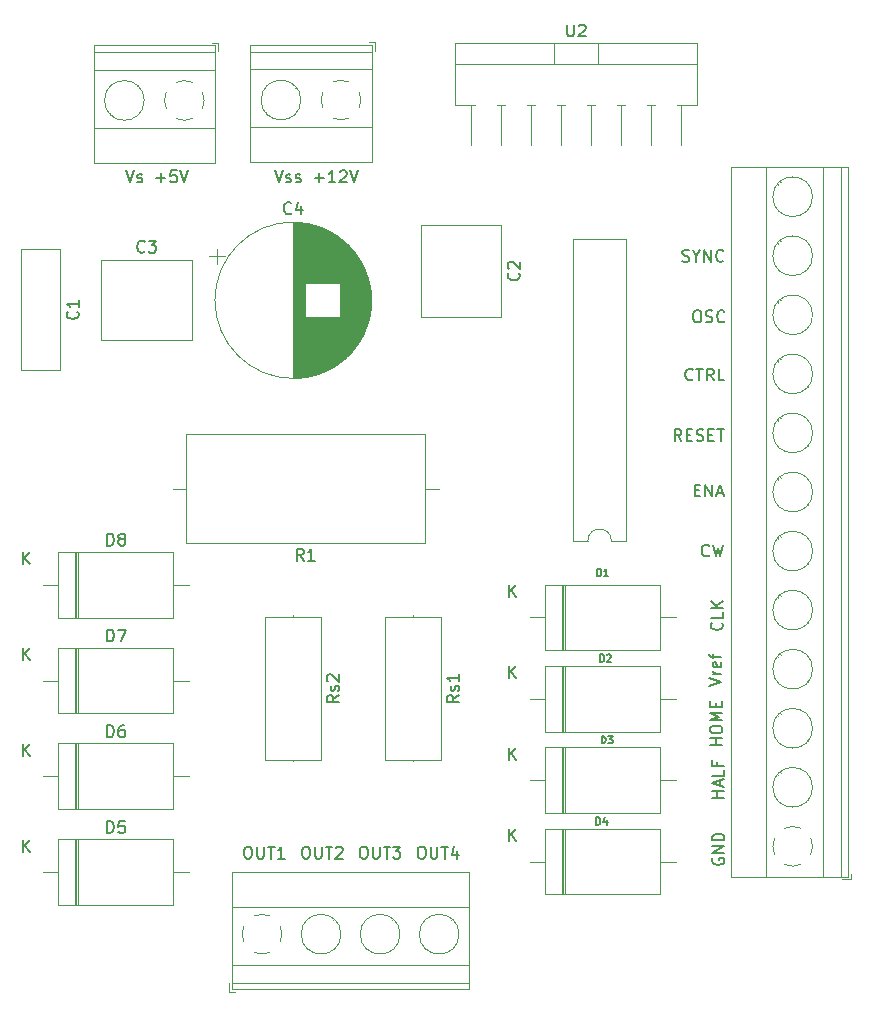
<source format=gbr>
%TF.GenerationSoftware,KiCad,Pcbnew,7.0.2*%
%TF.CreationDate,2023-06-26T18:32:19+02:00*%
%TF.ProjectId,Two_phese_bipolar_stepper_motor,54776f5f-7068-4657-9365-5f6269706f6c,REV1*%
%TF.SameCoordinates,Original*%
%TF.FileFunction,Legend,Top*%
%TF.FilePolarity,Positive*%
%FSLAX46Y46*%
G04 Gerber Fmt 4.6, Leading zero omitted, Abs format (unit mm)*
G04 Created by KiCad (PCBNEW 7.0.2) date 2023-06-26 18:32:19*
%MOMM*%
%LPD*%
G01*
G04 APERTURE LIST*
%ADD10C,0.150000*%
%ADD11C,0.120000*%
G04 APERTURE END LIST*
D10*
X175477619Y-112136904D02*
X174477619Y-112136904D01*
X174953809Y-112136904D02*
X174953809Y-111565476D01*
X175477619Y-111565476D02*
X174477619Y-111565476D01*
X174477619Y-110898809D02*
X174477619Y-110708333D01*
X174477619Y-110708333D02*
X174525238Y-110613095D01*
X174525238Y-110613095D02*
X174620476Y-110517857D01*
X174620476Y-110517857D02*
X174810952Y-110470238D01*
X174810952Y-110470238D02*
X175144285Y-110470238D01*
X175144285Y-110470238D02*
X175334761Y-110517857D01*
X175334761Y-110517857D02*
X175430000Y-110613095D01*
X175430000Y-110613095D02*
X175477619Y-110708333D01*
X175477619Y-110708333D02*
X175477619Y-110898809D01*
X175477619Y-110898809D02*
X175430000Y-110994047D01*
X175430000Y-110994047D02*
X175334761Y-111089285D01*
X175334761Y-111089285D02*
X175144285Y-111136904D01*
X175144285Y-111136904D02*
X174810952Y-111136904D01*
X174810952Y-111136904D02*
X174620476Y-111089285D01*
X174620476Y-111089285D02*
X174525238Y-110994047D01*
X174525238Y-110994047D02*
X174477619Y-110898809D01*
X175477619Y-110041666D02*
X174477619Y-110041666D01*
X174477619Y-110041666D02*
X175191904Y-109708333D01*
X175191904Y-109708333D02*
X174477619Y-109375000D01*
X174477619Y-109375000D02*
X175477619Y-109375000D01*
X174953809Y-108898809D02*
X174953809Y-108565476D01*
X175477619Y-108422619D02*
X175477619Y-108898809D01*
X175477619Y-108898809D02*
X174477619Y-108898809D01*
X174477619Y-108898809D02*
X174477619Y-108422619D01*
X172115476Y-71155000D02*
X172258333Y-71202619D01*
X172258333Y-71202619D02*
X172496428Y-71202619D01*
X172496428Y-71202619D02*
X172591666Y-71155000D01*
X172591666Y-71155000D02*
X172639285Y-71107380D01*
X172639285Y-71107380D02*
X172686904Y-71012142D01*
X172686904Y-71012142D02*
X172686904Y-70916904D01*
X172686904Y-70916904D02*
X172639285Y-70821666D01*
X172639285Y-70821666D02*
X172591666Y-70774047D01*
X172591666Y-70774047D02*
X172496428Y-70726428D01*
X172496428Y-70726428D02*
X172305952Y-70678809D01*
X172305952Y-70678809D02*
X172210714Y-70631190D01*
X172210714Y-70631190D02*
X172163095Y-70583571D01*
X172163095Y-70583571D02*
X172115476Y-70488333D01*
X172115476Y-70488333D02*
X172115476Y-70393095D01*
X172115476Y-70393095D02*
X172163095Y-70297857D01*
X172163095Y-70297857D02*
X172210714Y-70250238D01*
X172210714Y-70250238D02*
X172305952Y-70202619D01*
X172305952Y-70202619D02*
X172544047Y-70202619D01*
X172544047Y-70202619D02*
X172686904Y-70250238D01*
X173305952Y-70726428D02*
X173305952Y-71202619D01*
X172972619Y-70202619D02*
X173305952Y-70726428D01*
X173305952Y-70726428D02*
X173639285Y-70202619D01*
X173972619Y-71202619D02*
X173972619Y-70202619D01*
X173972619Y-70202619D02*
X174544047Y-71202619D01*
X174544047Y-71202619D02*
X174544047Y-70202619D01*
X175591666Y-71107380D02*
X175544047Y-71155000D01*
X175544047Y-71155000D02*
X175401190Y-71202619D01*
X175401190Y-71202619D02*
X175305952Y-71202619D01*
X175305952Y-71202619D02*
X175163095Y-71155000D01*
X175163095Y-71155000D02*
X175067857Y-71059761D01*
X175067857Y-71059761D02*
X175020238Y-70964523D01*
X175020238Y-70964523D02*
X174972619Y-70774047D01*
X174972619Y-70774047D02*
X174972619Y-70631190D01*
X174972619Y-70631190D02*
X175020238Y-70440714D01*
X175020238Y-70440714D02*
X175067857Y-70345476D01*
X175067857Y-70345476D02*
X175163095Y-70250238D01*
X175163095Y-70250238D02*
X175305952Y-70202619D01*
X175305952Y-70202619D02*
X175401190Y-70202619D01*
X175401190Y-70202619D02*
X175544047Y-70250238D01*
X175544047Y-70250238D02*
X175591666Y-70297857D01*
X124995238Y-63477619D02*
X125328571Y-64477619D01*
X125328571Y-64477619D02*
X125661904Y-63477619D01*
X125947619Y-64430000D02*
X126042857Y-64477619D01*
X126042857Y-64477619D02*
X126233333Y-64477619D01*
X126233333Y-64477619D02*
X126328571Y-64430000D01*
X126328571Y-64430000D02*
X126376190Y-64334761D01*
X126376190Y-64334761D02*
X126376190Y-64287142D01*
X126376190Y-64287142D02*
X126328571Y-64191904D01*
X126328571Y-64191904D02*
X126233333Y-64144285D01*
X126233333Y-64144285D02*
X126090476Y-64144285D01*
X126090476Y-64144285D02*
X125995238Y-64096666D01*
X125995238Y-64096666D02*
X125947619Y-64001428D01*
X125947619Y-64001428D02*
X125947619Y-63953809D01*
X125947619Y-63953809D02*
X125995238Y-63858571D01*
X125995238Y-63858571D02*
X126090476Y-63810952D01*
X126090476Y-63810952D02*
X126233333Y-63810952D01*
X126233333Y-63810952D02*
X126328571Y-63858571D01*
X127566667Y-64096666D02*
X128328572Y-64096666D01*
X127947619Y-64477619D02*
X127947619Y-63715714D01*
X129280952Y-63477619D02*
X128804762Y-63477619D01*
X128804762Y-63477619D02*
X128757143Y-63953809D01*
X128757143Y-63953809D02*
X128804762Y-63906190D01*
X128804762Y-63906190D02*
X128900000Y-63858571D01*
X128900000Y-63858571D02*
X129138095Y-63858571D01*
X129138095Y-63858571D02*
X129233333Y-63906190D01*
X129233333Y-63906190D02*
X129280952Y-63953809D01*
X129280952Y-63953809D02*
X129328571Y-64049047D01*
X129328571Y-64049047D02*
X129328571Y-64287142D01*
X129328571Y-64287142D02*
X129280952Y-64382380D01*
X129280952Y-64382380D02*
X129233333Y-64430000D01*
X129233333Y-64430000D02*
X129138095Y-64477619D01*
X129138095Y-64477619D02*
X128900000Y-64477619D01*
X128900000Y-64477619D02*
X128804762Y-64430000D01*
X128804762Y-64430000D02*
X128757143Y-64382380D01*
X129614286Y-63477619D02*
X129947619Y-64477619D01*
X129947619Y-64477619D02*
X130280952Y-63477619D01*
X174384523Y-96057380D02*
X174336904Y-96105000D01*
X174336904Y-96105000D02*
X174194047Y-96152619D01*
X174194047Y-96152619D02*
X174098809Y-96152619D01*
X174098809Y-96152619D02*
X173955952Y-96105000D01*
X173955952Y-96105000D02*
X173860714Y-96009761D01*
X173860714Y-96009761D02*
X173813095Y-95914523D01*
X173813095Y-95914523D02*
X173765476Y-95724047D01*
X173765476Y-95724047D02*
X173765476Y-95581190D01*
X173765476Y-95581190D02*
X173813095Y-95390714D01*
X173813095Y-95390714D02*
X173860714Y-95295476D01*
X173860714Y-95295476D02*
X173955952Y-95200238D01*
X173955952Y-95200238D02*
X174098809Y-95152619D01*
X174098809Y-95152619D02*
X174194047Y-95152619D01*
X174194047Y-95152619D02*
X174336904Y-95200238D01*
X174336904Y-95200238D02*
X174384523Y-95247857D01*
X174717857Y-95152619D02*
X174955952Y-96152619D01*
X174955952Y-96152619D02*
X175146428Y-95438333D01*
X175146428Y-95438333D02*
X175336904Y-96152619D01*
X175336904Y-96152619D02*
X175575000Y-95152619D01*
X137595238Y-63477619D02*
X137928571Y-64477619D01*
X137928571Y-64477619D02*
X138261904Y-63477619D01*
X138547619Y-64430000D02*
X138642857Y-64477619D01*
X138642857Y-64477619D02*
X138833333Y-64477619D01*
X138833333Y-64477619D02*
X138928571Y-64430000D01*
X138928571Y-64430000D02*
X138976190Y-64334761D01*
X138976190Y-64334761D02*
X138976190Y-64287142D01*
X138976190Y-64287142D02*
X138928571Y-64191904D01*
X138928571Y-64191904D02*
X138833333Y-64144285D01*
X138833333Y-64144285D02*
X138690476Y-64144285D01*
X138690476Y-64144285D02*
X138595238Y-64096666D01*
X138595238Y-64096666D02*
X138547619Y-64001428D01*
X138547619Y-64001428D02*
X138547619Y-63953809D01*
X138547619Y-63953809D02*
X138595238Y-63858571D01*
X138595238Y-63858571D02*
X138690476Y-63810952D01*
X138690476Y-63810952D02*
X138833333Y-63810952D01*
X138833333Y-63810952D02*
X138928571Y-63858571D01*
X139357143Y-64430000D02*
X139452381Y-64477619D01*
X139452381Y-64477619D02*
X139642857Y-64477619D01*
X139642857Y-64477619D02*
X139738095Y-64430000D01*
X139738095Y-64430000D02*
X139785714Y-64334761D01*
X139785714Y-64334761D02*
X139785714Y-64287142D01*
X139785714Y-64287142D02*
X139738095Y-64191904D01*
X139738095Y-64191904D02*
X139642857Y-64144285D01*
X139642857Y-64144285D02*
X139500000Y-64144285D01*
X139500000Y-64144285D02*
X139404762Y-64096666D01*
X139404762Y-64096666D02*
X139357143Y-64001428D01*
X139357143Y-64001428D02*
X139357143Y-63953809D01*
X139357143Y-63953809D02*
X139404762Y-63858571D01*
X139404762Y-63858571D02*
X139500000Y-63810952D01*
X139500000Y-63810952D02*
X139642857Y-63810952D01*
X139642857Y-63810952D02*
X139738095Y-63858571D01*
X140976191Y-64096666D02*
X141738096Y-64096666D01*
X141357143Y-64477619D02*
X141357143Y-63715714D01*
X142738095Y-64477619D02*
X142166667Y-64477619D01*
X142452381Y-64477619D02*
X142452381Y-63477619D01*
X142452381Y-63477619D02*
X142357143Y-63620476D01*
X142357143Y-63620476D02*
X142261905Y-63715714D01*
X142261905Y-63715714D02*
X142166667Y-63763333D01*
X143119048Y-63572857D02*
X143166667Y-63525238D01*
X143166667Y-63525238D02*
X143261905Y-63477619D01*
X143261905Y-63477619D02*
X143500000Y-63477619D01*
X143500000Y-63477619D02*
X143595238Y-63525238D01*
X143595238Y-63525238D02*
X143642857Y-63572857D01*
X143642857Y-63572857D02*
X143690476Y-63668095D01*
X143690476Y-63668095D02*
X143690476Y-63763333D01*
X143690476Y-63763333D02*
X143642857Y-63906190D01*
X143642857Y-63906190D02*
X143071429Y-64477619D01*
X143071429Y-64477619D02*
X143690476Y-64477619D01*
X143976191Y-63477619D02*
X144309524Y-64477619D01*
X144309524Y-64477619D02*
X144642857Y-63477619D01*
X175432380Y-101765476D02*
X175480000Y-101813095D01*
X175480000Y-101813095D02*
X175527619Y-101955952D01*
X175527619Y-101955952D02*
X175527619Y-102051190D01*
X175527619Y-102051190D02*
X175480000Y-102194047D01*
X175480000Y-102194047D02*
X175384761Y-102289285D01*
X175384761Y-102289285D02*
X175289523Y-102336904D01*
X175289523Y-102336904D02*
X175099047Y-102384523D01*
X175099047Y-102384523D02*
X174956190Y-102384523D01*
X174956190Y-102384523D02*
X174765714Y-102336904D01*
X174765714Y-102336904D02*
X174670476Y-102289285D01*
X174670476Y-102289285D02*
X174575238Y-102194047D01*
X174575238Y-102194047D02*
X174527619Y-102051190D01*
X174527619Y-102051190D02*
X174527619Y-101955952D01*
X174527619Y-101955952D02*
X174575238Y-101813095D01*
X174575238Y-101813095D02*
X174622857Y-101765476D01*
X175527619Y-100860714D02*
X175527619Y-101336904D01*
X175527619Y-101336904D02*
X174527619Y-101336904D01*
X175527619Y-100527380D02*
X174527619Y-100527380D01*
X175527619Y-99955952D02*
X174956190Y-100384523D01*
X174527619Y-99955952D02*
X175099047Y-100527380D01*
X140148809Y-120737619D02*
X140339285Y-120737619D01*
X140339285Y-120737619D02*
X140434523Y-120785238D01*
X140434523Y-120785238D02*
X140529761Y-120880476D01*
X140529761Y-120880476D02*
X140577380Y-121070952D01*
X140577380Y-121070952D02*
X140577380Y-121404285D01*
X140577380Y-121404285D02*
X140529761Y-121594761D01*
X140529761Y-121594761D02*
X140434523Y-121690000D01*
X140434523Y-121690000D02*
X140339285Y-121737619D01*
X140339285Y-121737619D02*
X140148809Y-121737619D01*
X140148809Y-121737619D02*
X140053571Y-121690000D01*
X140053571Y-121690000D02*
X139958333Y-121594761D01*
X139958333Y-121594761D02*
X139910714Y-121404285D01*
X139910714Y-121404285D02*
X139910714Y-121070952D01*
X139910714Y-121070952D02*
X139958333Y-120880476D01*
X139958333Y-120880476D02*
X140053571Y-120785238D01*
X140053571Y-120785238D02*
X140148809Y-120737619D01*
X141005952Y-120737619D02*
X141005952Y-121547142D01*
X141005952Y-121547142D02*
X141053571Y-121642380D01*
X141053571Y-121642380D02*
X141101190Y-121690000D01*
X141101190Y-121690000D02*
X141196428Y-121737619D01*
X141196428Y-121737619D02*
X141386904Y-121737619D01*
X141386904Y-121737619D02*
X141482142Y-121690000D01*
X141482142Y-121690000D02*
X141529761Y-121642380D01*
X141529761Y-121642380D02*
X141577380Y-121547142D01*
X141577380Y-121547142D02*
X141577380Y-120737619D01*
X141910714Y-120737619D02*
X142482142Y-120737619D01*
X142196428Y-121737619D02*
X142196428Y-120737619D01*
X142767857Y-120832857D02*
X142815476Y-120785238D01*
X142815476Y-120785238D02*
X142910714Y-120737619D01*
X142910714Y-120737619D02*
X143148809Y-120737619D01*
X143148809Y-120737619D02*
X143244047Y-120785238D01*
X143244047Y-120785238D02*
X143291666Y-120832857D01*
X143291666Y-120832857D02*
X143339285Y-120928095D01*
X143339285Y-120928095D02*
X143339285Y-121023333D01*
X143339285Y-121023333D02*
X143291666Y-121166190D01*
X143291666Y-121166190D02*
X142720238Y-121737619D01*
X142720238Y-121737619D02*
X143339285Y-121737619D01*
X135248809Y-120737619D02*
X135439285Y-120737619D01*
X135439285Y-120737619D02*
X135534523Y-120785238D01*
X135534523Y-120785238D02*
X135629761Y-120880476D01*
X135629761Y-120880476D02*
X135677380Y-121070952D01*
X135677380Y-121070952D02*
X135677380Y-121404285D01*
X135677380Y-121404285D02*
X135629761Y-121594761D01*
X135629761Y-121594761D02*
X135534523Y-121690000D01*
X135534523Y-121690000D02*
X135439285Y-121737619D01*
X135439285Y-121737619D02*
X135248809Y-121737619D01*
X135248809Y-121737619D02*
X135153571Y-121690000D01*
X135153571Y-121690000D02*
X135058333Y-121594761D01*
X135058333Y-121594761D02*
X135010714Y-121404285D01*
X135010714Y-121404285D02*
X135010714Y-121070952D01*
X135010714Y-121070952D02*
X135058333Y-120880476D01*
X135058333Y-120880476D02*
X135153571Y-120785238D01*
X135153571Y-120785238D02*
X135248809Y-120737619D01*
X136105952Y-120737619D02*
X136105952Y-121547142D01*
X136105952Y-121547142D02*
X136153571Y-121642380D01*
X136153571Y-121642380D02*
X136201190Y-121690000D01*
X136201190Y-121690000D02*
X136296428Y-121737619D01*
X136296428Y-121737619D02*
X136486904Y-121737619D01*
X136486904Y-121737619D02*
X136582142Y-121690000D01*
X136582142Y-121690000D02*
X136629761Y-121642380D01*
X136629761Y-121642380D02*
X136677380Y-121547142D01*
X136677380Y-121547142D02*
X136677380Y-120737619D01*
X137010714Y-120737619D02*
X137582142Y-120737619D01*
X137296428Y-121737619D02*
X137296428Y-120737619D01*
X138439285Y-121737619D02*
X137867857Y-121737619D01*
X138153571Y-121737619D02*
X138153571Y-120737619D01*
X138153571Y-120737619D02*
X138058333Y-120880476D01*
X138058333Y-120880476D02*
X137963095Y-120975714D01*
X137963095Y-120975714D02*
X137867857Y-121023333D01*
X173163095Y-90553809D02*
X173496428Y-90553809D01*
X173639285Y-91077619D02*
X173163095Y-91077619D01*
X173163095Y-91077619D02*
X173163095Y-90077619D01*
X173163095Y-90077619D02*
X173639285Y-90077619D01*
X174067857Y-91077619D02*
X174067857Y-90077619D01*
X174067857Y-90077619D02*
X174639285Y-91077619D01*
X174639285Y-91077619D02*
X174639285Y-90077619D01*
X175067857Y-90791904D02*
X175544047Y-90791904D01*
X174972619Y-91077619D02*
X175305952Y-90077619D01*
X175305952Y-90077619D02*
X175639285Y-91077619D01*
X174402619Y-107104761D02*
X175402619Y-106771428D01*
X175402619Y-106771428D02*
X174402619Y-106438095D01*
X175402619Y-106104761D02*
X174735952Y-106104761D01*
X174926428Y-106104761D02*
X174831190Y-106057142D01*
X174831190Y-106057142D02*
X174783571Y-106009523D01*
X174783571Y-106009523D02*
X174735952Y-105914285D01*
X174735952Y-105914285D02*
X174735952Y-105819047D01*
X175355000Y-105104761D02*
X175402619Y-105199999D01*
X175402619Y-105199999D02*
X175402619Y-105390475D01*
X175402619Y-105390475D02*
X175355000Y-105485713D01*
X175355000Y-105485713D02*
X175259761Y-105533332D01*
X175259761Y-105533332D02*
X174878809Y-105533332D01*
X174878809Y-105533332D02*
X174783571Y-105485713D01*
X174783571Y-105485713D02*
X174735952Y-105390475D01*
X174735952Y-105390475D02*
X174735952Y-105199999D01*
X174735952Y-105199999D02*
X174783571Y-105104761D01*
X174783571Y-105104761D02*
X174878809Y-105057142D01*
X174878809Y-105057142D02*
X174974047Y-105057142D01*
X174974047Y-105057142D02*
X175069285Y-105533332D01*
X174735952Y-104771427D02*
X174735952Y-104390475D01*
X175402619Y-104628570D02*
X174545476Y-104628570D01*
X174545476Y-104628570D02*
X174450238Y-104580951D01*
X174450238Y-104580951D02*
X174402619Y-104485713D01*
X174402619Y-104485713D02*
X174402619Y-104390475D01*
X149948809Y-120737619D02*
X150139285Y-120737619D01*
X150139285Y-120737619D02*
X150234523Y-120785238D01*
X150234523Y-120785238D02*
X150329761Y-120880476D01*
X150329761Y-120880476D02*
X150377380Y-121070952D01*
X150377380Y-121070952D02*
X150377380Y-121404285D01*
X150377380Y-121404285D02*
X150329761Y-121594761D01*
X150329761Y-121594761D02*
X150234523Y-121690000D01*
X150234523Y-121690000D02*
X150139285Y-121737619D01*
X150139285Y-121737619D02*
X149948809Y-121737619D01*
X149948809Y-121737619D02*
X149853571Y-121690000D01*
X149853571Y-121690000D02*
X149758333Y-121594761D01*
X149758333Y-121594761D02*
X149710714Y-121404285D01*
X149710714Y-121404285D02*
X149710714Y-121070952D01*
X149710714Y-121070952D02*
X149758333Y-120880476D01*
X149758333Y-120880476D02*
X149853571Y-120785238D01*
X149853571Y-120785238D02*
X149948809Y-120737619D01*
X150805952Y-120737619D02*
X150805952Y-121547142D01*
X150805952Y-121547142D02*
X150853571Y-121642380D01*
X150853571Y-121642380D02*
X150901190Y-121690000D01*
X150901190Y-121690000D02*
X150996428Y-121737619D01*
X150996428Y-121737619D02*
X151186904Y-121737619D01*
X151186904Y-121737619D02*
X151282142Y-121690000D01*
X151282142Y-121690000D02*
X151329761Y-121642380D01*
X151329761Y-121642380D02*
X151377380Y-121547142D01*
X151377380Y-121547142D02*
X151377380Y-120737619D01*
X151710714Y-120737619D02*
X152282142Y-120737619D01*
X151996428Y-121737619D02*
X151996428Y-120737619D01*
X153044047Y-121070952D02*
X153044047Y-121737619D01*
X152805952Y-120690000D02*
X152567857Y-121404285D01*
X152567857Y-121404285D02*
X153186904Y-121404285D01*
X172984523Y-81157380D02*
X172936904Y-81205000D01*
X172936904Y-81205000D02*
X172794047Y-81252619D01*
X172794047Y-81252619D02*
X172698809Y-81252619D01*
X172698809Y-81252619D02*
X172555952Y-81205000D01*
X172555952Y-81205000D02*
X172460714Y-81109761D01*
X172460714Y-81109761D02*
X172413095Y-81014523D01*
X172413095Y-81014523D02*
X172365476Y-80824047D01*
X172365476Y-80824047D02*
X172365476Y-80681190D01*
X172365476Y-80681190D02*
X172413095Y-80490714D01*
X172413095Y-80490714D02*
X172460714Y-80395476D01*
X172460714Y-80395476D02*
X172555952Y-80300238D01*
X172555952Y-80300238D02*
X172698809Y-80252619D01*
X172698809Y-80252619D02*
X172794047Y-80252619D01*
X172794047Y-80252619D02*
X172936904Y-80300238D01*
X172936904Y-80300238D02*
X172984523Y-80347857D01*
X173270238Y-80252619D02*
X173841666Y-80252619D01*
X173555952Y-81252619D02*
X173555952Y-80252619D01*
X174746428Y-81252619D02*
X174413095Y-80776428D01*
X174175000Y-81252619D02*
X174175000Y-80252619D01*
X174175000Y-80252619D02*
X174555952Y-80252619D01*
X174555952Y-80252619D02*
X174651190Y-80300238D01*
X174651190Y-80300238D02*
X174698809Y-80347857D01*
X174698809Y-80347857D02*
X174746428Y-80443095D01*
X174746428Y-80443095D02*
X174746428Y-80585952D01*
X174746428Y-80585952D02*
X174698809Y-80681190D01*
X174698809Y-80681190D02*
X174651190Y-80728809D01*
X174651190Y-80728809D02*
X174555952Y-80776428D01*
X174555952Y-80776428D02*
X174175000Y-80776428D01*
X175651190Y-81252619D02*
X175175000Y-81252619D01*
X175175000Y-81252619D02*
X175175000Y-80252619D01*
X145048809Y-120737619D02*
X145239285Y-120737619D01*
X145239285Y-120737619D02*
X145334523Y-120785238D01*
X145334523Y-120785238D02*
X145429761Y-120880476D01*
X145429761Y-120880476D02*
X145477380Y-121070952D01*
X145477380Y-121070952D02*
X145477380Y-121404285D01*
X145477380Y-121404285D02*
X145429761Y-121594761D01*
X145429761Y-121594761D02*
X145334523Y-121690000D01*
X145334523Y-121690000D02*
X145239285Y-121737619D01*
X145239285Y-121737619D02*
X145048809Y-121737619D01*
X145048809Y-121737619D02*
X144953571Y-121690000D01*
X144953571Y-121690000D02*
X144858333Y-121594761D01*
X144858333Y-121594761D02*
X144810714Y-121404285D01*
X144810714Y-121404285D02*
X144810714Y-121070952D01*
X144810714Y-121070952D02*
X144858333Y-120880476D01*
X144858333Y-120880476D02*
X144953571Y-120785238D01*
X144953571Y-120785238D02*
X145048809Y-120737619D01*
X145905952Y-120737619D02*
X145905952Y-121547142D01*
X145905952Y-121547142D02*
X145953571Y-121642380D01*
X145953571Y-121642380D02*
X146001190Y-121690000D01*
X146001190Y-121690000D02*
X146096428Y-121737619D01*
X146096428Y-121737619D02*
X146286904Y-121737619D01*
X146286904Y-121737619D02*
X146382142Y-121690000D01*
X146382142Y-121690000D02*
X146429761Y-121642380D01*
X146429761Y-121642380D02*
X146477380Y-121547142D01*
X146477380Y-121547142D02*
X146477380Y-120737619D01*
X146810714Y-120737619D02*
X147382142Y-120737619D01*
X147096428Y-121737619D02*
X147096428Y-120737619D01*
X147620238Y-120737619D02*
X148239285Y-120737619D01*
X148239285Y-120737619D02*
X147905952Y-121118571D01*
X147905952Y-121118571D02*
X148048809Y-121118571D01*
X148048809Y-121118571D02*
X148144047Y-121166190D01*
X148144047Y-121166190D02*
X148191666Y-121213809D01*
X148191666Y-121213809D02*
X148239285Y-121309047D01*
X148239285Y-121309047D02*
X148239285Y-121547142D01*
X148239285Y-121547142D02*
X148191666Y-121642380D01*
X148191666Y-121642380D02*
X148144047Y-121690000D01*
X148144047Y-121690000D02*
X148048809Y-121737619D01*
X148048809Y-121737619D02*
X147763095Y-121737619D01*
X147763095Y-121737619D02*
X147667857Y-121690000D01*
X147667857Y-121690000D02*
X147620238Y-121642380D01*
X172034523Y-86377619D02*
X171701190Y-85901428D01*
X171463095Y-86377619D02*
X171463095Y-85377619D01*
X171463095Y-85377619D02*
X171844047Y-85377619D01*
X171844047Y-85377619D02*
X171939285Y-85425238D01*
X171939285Y-85425238D02*
X171986904Y-85472857D01*
X171986904Y-85472857D02*
X172034523Y-85568095D01*
X172034523Y-85568095D02*
X172034523Y-85710952D01*
X172034523Y-85710952D02*
X171986904Y-85806190D01*
X171986904Y-85806190D02*
X171939285Y-85853809D01*
X171939285Y-85853809D02*
X171844047Y-85901428D01*
X171844047Y-85901428D02*
X171463095Y-85901428D01*
X172463095Y-85853809D02*
X172796428Y-85853809D01*
X172939285Y-86377619D02*
X172463095Y-86377619D01*
X172463095Y-86377619D02*
X172463095Y-85377619D01*
X172463095Y-85377619D02*
X172939285Y-85377619D01*
X173320238Y-86330000D02*
X173463095Y-86377619D01*
X173463095Y-86377619D02*
X173701190Y-86377619D01*
X173701190Y-86377619D02*
X173796428Y-86330000D01*
X173796428Y-86330000D02*
X173844047Y-86282380D01*
X173844047Y-86282380D02*
X173891666Y-86187142D01*
X173891666Y-86187142D02*
X173891666Y-86091904D01*
X173891666Y-86091904D02*
X173844047Y-85996666D01*
X173844047Y-85996666D02*
X173796428Y-85949047D01*
X173796428Y-85949047D02*
X173701190Y-85901428D01*
X173701190Y-85901428D02*
X173510714Y-85853809D01*
X173510714Y-85853809D02*
X173415476Y-85806190D01*
X173415476Y-85806190D02*
X173367857Y-85758571D01*
X173367857Y-85758571D02*
X173320238Y-85663333D01*
X173320238Y-85663333D02*
X173320238Y-85568095D01*
X173320238Y-85568095D02*
X173367857Y-85472857D01*
X173367857Y-85472857D02*
X173415476Y-85425238D01*
X173415476Y-85425238D02*
X173510714Y-85377619D01*
X173510714Y-85377619D02*
X173748809Y-85377619D01*
X173748809Y-85377619D02*
X173891666Y-85425238D01*
X174320238Y-85853809D02*
X174653571Y-85853809D01*
X174796428Y-86377619D02*
X174320238Y-86377619D01*
X174320238Y-86377619D02*
X174320238Y-85377619D01*
X174320238Y-85377619D02*
X174796428Y-85377619D01*
X175082143Y-85377619D02*
X175653571Y-85377619D01*
X175367857Y-86377619D02*
X175367857Y-85377619D01*
X175602619Y-116611904D02*
X174602619Y-116611904D01*
X175078809Y-116611904D02*
X175078809Y-116040476D01*
X175602619Y-116040476D02*
X174602619Y-116040476D01*
X175316904Y-115611904D02*
X175316904Y-115135714D01*
X175602619Y-115707142D02*
X174602619Y-115373809D01*
X174602619Y-115373809D02*
X175602619Y-115040476D01*
X175602619Y-114230952D02*
X175602619Y-114707142D01*
X175602619Y-114707142D02*
X174602619Y-114707142D01*
X175078809Y-113564285D02*
X175078809Y-113897618D01*
X175602619Y-113897618D02*
X174602619Y-113897618D01*
X174602619Y-113897618D02*
X174602619Y-113421428D01*
X173278571Y-75327619D02*
X173469047Y-75327619D01*
X173469047Y-75327619D02*
X173564285Y-75375238D01*
X173564285Y-75375238D02*
X173659523Y-75470476D01*
X173659523Y-75470476D02*
X173707142Y-75660952D01*
X173707142Y-75660952D02*
X173707142Y-75994285D01*
X173707142Y-75994285D02*
X173659523Y-76184761D01*
X173659523Y-76184761D02*
X173564285Y-76280000D01*
X173564285Y-76280000D02*
X173469047Y-76327619D01*
X173469047Y-76327619D02*
X173278571Y-76327619D01*
X173278571Y-76327619D02*
X173183333Y-76280000D01*
X173183333Y-76280000D02*
X173088095Y-76184761D01*
X173088095Y-76184761D02*
X173040476Y-75994285D01*
X173040476Y-75994285D02*
X173040476Y-75660952D01*
X173040476Y-75660952D02*
X173088095Y-75470476D01*
X173088095Y-75470476D02*
X173183333Y-75375238D01*
X173183333Y-75375238D02*
X173278571Y-75327619D01*
X174088095Y-76280000D02*
X174230952Y-76327619D01*
X174230952Y-76327619D02*
X174469047Y-76327619D01*
X174469047Y-76327619D02*
X174564285Y-76280000D01*
X174564285Y-76280000D02*
X174611904Y-76232380D01*
X174611904Y-76232380D02*
X174659523Y-76137142D01*
X174659523Y-76137142D02*
X174659523Y-76041904D01*
X174659523Y-76041904D02*
X174611904Y-75946666D01*
X174611904Y-75946666D02*
X174564285Y-75899047D01*
X174564285Y-75899047D02*
X174469047Y-75851428D01*
X174469047Y-75851428D02*
X174278571Y-75803809D01*
X174278571Y-75803809D02*
X174183333Y-75756190D01*
X174183333Y-75756190D02*
X174135714Y-75708571D01*
X174135714Y-75708571D02*
X174088095Y-75613333D01*
X174088095Y-75613333D02*
X174088095Y-75518095D01*
X174088095Y-75518095D02*
X174135714Y-75422857D01*
X174135714Y-75422857D02*
X174183333Y-75375238D01*
X174183333Y-75375238D02*
X174278571Y-75327619D01*
X174278571Y-75327619D02*
X174516666Y-75327619D01*
X174516666Y-75327619D02*
X174659523Y-75375238D01*
X175659523Y-76232380D02*
X175611904Y-76280000D01*
X175611904Y-76280000D02*
X175469047Y-76327619D01*
X175469047Y-76327619D02*
X175373809Y-76327619D01*
X175373809Y-76327619D02*
X175230952Y-76280000D01*
X175230952Y-76280000D02*
X175135714Y-76184761D01*
X175135714Y-76184761D02*
X175088095Y-76089523D01*
X175088095Y-76089523D02*
X175040476Y-75899047D01*
X175040476Y-75899047D02*
X175040476Y-75756190D01*
X175040476Y-75756190D02*
X175088095Y-75565714D01*
X175088095Y-75565714D02*
X175135714Y-75470476D01*
X175135714Y-75470476D02*
X175230952Y-75375238D01*
X175230952Y-75375238D02*
X175373809Y-75327619D01*
X175373809Y-75327619D02*
X175469047Y-75327619D01*
X175469047Y-75327619D02*
X175611904Y-75375238D01*
X175611904Y-75375238D02*
X175659523Y-75422857D01*
X174700238Y-121713095D02*
X174652619Y-121808333D01*
X174652619Y-121808333D02*
X174652619Y-121951190D01*
X174652619Y-121951190D02*
X174700238Y-122094047D01*
X174700238Y-122094047D02*
X174795476Y-122189285D01*
X174795476Y-122189285D02*
X174890714Y-122236904D01*
X174890714Y-122236904D02*
X175081190Y-122284523D01*
X175081190Y-122284523D02*
X175224047Y-122284523D01*
X175224047Y-122284523D02*
X175414523Y-122236904D01*
X175414523Y-122236904D02*
X175509761Y-122189285D01*
X175509761Y-122189285D02*
X175605000Y-122094047D01*
X175605000Y-122094047D02*
X175652619Y-121951190D01*
X175652619Y-121951190D02*
X175652619Y-121855952D01*
X175652619Y-121855952D02*
X175605000Y-121713095D01*
X175605000Y-121713095D02*
X175557380Y-121665476D01*
X175557380Y-121665476D02*
X175224047Y-121665476D01*
X175224047Y-121665476D02*
X175224047Y-121855952D01*
X175652619Y-121236904D02*
X174652619Y-121236904D01*
X174652619Y-121236904D02*
X175652619Y-120665476D01*
X175652619Y-120665476D02*
X174652619Y-120665476D01*
X175652619Y-120189285D02*
X174652619Y-120189285D01*
X174652619Y-120189285D02*
X174652619Y-119951190D01*
X174652619Y-119951190D02*
X174700238Y-119808333D01*
X174700238Y-119808333D02*
X174795476Y-119713095D01*
X174795476Y-119713095D02*
X174890714Y-119665476D01*
X174890714Y-119665476D02*
X175081190Y-119617857D01*
X175081190Y-119617857D02*
X175224047Y-119617857D01*
X175224047Y-119617857D02*
X175414523Y-119665476D01*
X175414523Y-119665476D02*
X175509761Y-119713095D01*
X175509761Y-119713095D02*
X175605000Y-119808333D01*
X175605000Y-119808333D02*
X175652619Y-119951190D01*
X175652619Y-119951190D02*
X175652619Y-120189285D01*
%TO.C,U2*%
X162338095Y-51122619D02*
X162338095Y-51932142D01*
X162338095Y-51932142D02*
X162385714Y-52027380D01*
X162385714Y-52027380D02*
X162433333Y-52075000D01*
X162433333Y-52075000D02*
X162528571Y-52122619D01*
X162528571Y-52122619D02*
X162719047Y-52122619D01*
X162719047Y-52122619D02*
X162814285Y-52075000D01*
X162814285Y-52075000D02*
X162861904Y-52027380D01*
X162861904Y-52027380D02*
X162909523Y-51932142D01*
X162909523Y-51932142D02*
X162909523Y-51122619D01*
X163338095Y-51217857D02*
X163385714Y-51170238D01*
X163385714Y-51170238D02*
X163480952Y-51122619D01*
X163480952Y-51122619D02*
X163719047Y-51122619D01*
X163719047Y-51122619D02*
X163814285Y-51170238D01*
X163814285Y-51170238D02*
X163861904Y-51217857D01*
X163861904Y-51217857D02*
X163909523Y-51313095D01*
X163909523Y-51313095D02*
X163909523Y-51408333D01*
X163909523Y-51408333D02*
X163861904Y-51551190D01*
X163861904Y-51551190D02*
X163290476Y-52122619D01*
X163290476Y-52122619D02*
X163909523Y-52122619D01*
%TO.C,C4*%
X138985333Y-67077380D02*
X138937714Y-67125000D01*
X138937714Y-67125000D02*
X138794857Y-67172619D01*
X138794857Y-67172619D02*
X138699619Y-67172619D01*
X138699619Y-67172619D02*
X138556762Y-67125000D01*
X138556762Y-67125000D02*
X138461524Y-67029761D01*
X138461524Y-67029761D02*
X138413905Y-66934523D01*
X138413905Y-66934523D02*
X138366286Y-66744047D01*
X138366286Y-66744047D02*
X138366286Y-66601190D01*
X138366286Y-66601190D02*
X138413905Y-66410714D01*
X138413905Y-66410714D02*
X138461524Y-66315476D01*
X138461524Y-66315476D02*
X138556762Y-66220238D01*
X138556762Y-66220238D02*
X138699619Y-66172619D01*
X138699619Y-66172619D02*
X138794857Y-66172619D01*
X138794857Y-66172619D02*
X138937714Y-66220238D01*
X138937714Y-66220238D02*
X138985333Y-66267857D01*
X139842476Y-66505952D02*
X139842476Y-67172619D01*
X139604381Y-66125000D02*
X139366286Y-66839285D01*
X139366286Y-66839285D02*
X139985333Y-66839285D01*
%TO.C,D3*%
X165282143Y-111977571D02*
X165282143Y-111377571D01*
X165282143Y-111377571D02*
X165425000Y-111377571D01*
X165425000Y-111377571D02*
X165510714Y-111406142D01*
X165510714Y-111406142D02*
X165567857Y-111463285D01*
X165567857Y-111463285D02*
X165596428Y-111520428D01*
X165596428Y-111520428D02*
X165625000Y-111634714D01*
X165625000Y-111634714D02*
X165625000Y-111720428D01*
X165625000Y-111720428D02*
X165596428Y-111834714D01*
X165596428Y-111834714D02*
X165567857Y-111891857D01*
X165567857Y-111891857D02*
X165510714Y-111949000D01*
X165510714Y-111949000D02*
X165425000Y-111977571D01*
X165425000Y-111977571D02*
X165282143Y-111977571D01*
X165825000Y-111377571D02*
X166196428Y-111377571D01*
X166196428Y-111377571D02*
X165996428Y-111606142D01*
X165996428Y-111606142D02*
X166082143Y-111606142D01*
X166082143Y-111606142D02*
X166139286Y-111634714D01*
X166139286Y-111634714D02*
X166167857Y-111663285D01*
X166167857Y-111663285D02*
X166196428Y-111720428D01*
X166196428Y-111720428D02*
X166196428Y-111863285D01*
X166196428Y-111863285D02*
X166167857Y-111920428D01*
X166167857Y-111920428D02*
X166139286Y-111949000D01*
X166139286Y-111949000D02*
X166082143Y-111977571D01*
X166082143Y-111977571D02*
X165910714Y-111977571D01*
X165910714Y-111977571D02*
X165853571Y-111949000D01*
X165853571Y-111949000D02*
X165825000Y-111920428D01*
X157472095Y-113362619D02*
X157472095Y-112362619D01*
X158043523Y-113362619D02*
X157614952Y-112791190D01*
X158043523Y-112362619D02*
X157472095Y-112934047D01*
%TO.C,D4*%
X164832143Y-118852571D02*
X164832143Y-118252571D01*
X164832143Y-118252571D02*
X164975000Y-118252571D01*
X164975000Y-118252571D02*
X165060714Y-118281142D01*
X165060714Y-118281142D02*
X165117857Y-118338285D01*
X165117857Y-118338285D02*
X165146428Y-118395428D01*
X165146428Y-118395428D02*
X165175000Y-118509714D01*
X165175000Y-118509714D02*
X165175000Y-118595428D01*
X165175000Y-118595428D02*
X165146428Y-118709714D01*
X165146428Y-118709714D02*
X165117857Y-118766857D01*
X165117857Y-118766857D02*
X165060714Y-118824000D01*
X165060714Y-118824000D02*
X164975000Y-118852571D01*
X164975000Y-118852571D02*
X164832143Y-118852571D01*
X165689286Y-118452571D02*
X165689286Y-118852571D01*
X165546428Y-118224000D02*
X165403571Y-118652571D01*
X165403571Y-118652571D02*
X165775000Y-118652571D01*
X157472095Y-120252619D02*
X157472095Y-119252619D01*
X158043523Y-120252619D02*
X157614952Y-119681190D01*
X158043523Y-119252619D02*
X157472095Y-119824047D01*
%TO.C,Rs2*%
X142997619Y-107901428D02*
X142521428Y-108234761D01*
X142997619Y-108472856D02*
X141997619Y-108472856D01*
X141997619Y-108472856D02*
X141997619Y-108091904D01*
X141997619Y-108091904D02*
X142045238Y-107996666D01*
X142045238Y-107996666D02*
X142092857Y-107949047D01*
X142092857Y-107949047D02*
X142188095Y-107901428D01*
X142188095Y-107901428D02*
X142330952Y-107901428D01*
X142330952Y-107901428D02*
X142426190Y-107949047D01*
X142426190Y-107949047D02*
X142473809Y-107996666D01*
X142473809Y-107996666D02*
X142521428Y-108091904D01*
X142521428Y-108091904D02*
X142521428Y-108472856D01*
X142950000Y-107520475D02*
X142997619Y-107425237D01*
X142997619Y-107425237D02*
X142997619Y-107234761D01*
X142997619Y-107234761D02*
X142950000Y-107139523D01*
X142950000Y-107139523D02*
X142854761Y-107091904D01*
X142854761Y-107091904D02*
X142807142Y-107091904D01*
X142807142Y-107091904D02*
X142711904Y-107139523D01*
X142711904Y-107139523D02*
X142664285Y-107234761D01*
X142664285Y-107234761D02*
X142664285Y-107377618D01*
X142664285Y-107377618D02*
X142616666Y-107472856D01*
X142616666Y-107472856D02*
X142521428Y-107520475D01*
X142521428Y-107520475D02*
X142473809Y-107520475D01*
X142473809Y-107520475D02*
X142378571Y-107472856D01*
X142378571Y-107472856D02*
X142330952Y-107377618D01*
X142330952Y-107377618D02*
X142330952Y-107234761D01*
X142330952Y-107234761D02*
X142378571Y-107139523D01*
X142092857Y-106710951D02*
X142045238Y-106663332D01*
X142045238Y-106663332D02*
X141997619Y-106568094D01*
X141997619Y-106568094D02*
X141997619Y-106329999D01*
X141997619Y-106329999D02*
X142045238Y-106234761D01*
X142045238Y-106234761D02*
X142092857Y-106187142D01*
X142092857Y-106187142D02*
X142188095Y-106139523D01*
X142188095Y-106139523D02*
X142283333Y-106139523D01*
X142283333Y-106139523D02*
X142426190Y-106187142D01*
X142426190Y-106187142D02*
X142997619Y-106758570D01*
X142997619Y-106758570D02*
X142997619Y-106139523D01*
%TO.C,C3*%
X126579333Y-70327380D02*
X126531714Y-70375000D01*
X126531714Y-70375000D02*
X126388857Y-70422619D01*
X126388857Y-70422619D02*
X126293619Y-70422619D01*
X126293619Y-70422619D02*
X126150762Y-70375000D01*
X126150762Y-70375000D02*
X126055524Y-70279761D01*
X126055524Y-70279761D02*
X126007905Y-70184523D01*
X126007905Y-70184523D02*
X125960286Y-69994047D01*
X125960286Y-69994047D02*
X125960286Y-69851190D01*
X125960286Y-69851190D02*
X126007905Y-69660714D01*
X126007905Y-69660714D02*
X126055524Y-69565476D01*
X126055524Y-69565476D02*
X126150762Y-69470238D01*
X126150762Y-69470238D02*
X126293619Y-69422619D01*
X126293619Y-69422619D02*
X126388857Y-69422619D01*
X126388857Y-69422619D02*
X126531714Y-69470238D01*
X126531714Y-69470238D02*
X126579333Y-69517857D01*
X126912667Y-69422619D02*
X127531714Y-69422619D01*
X127531714Y-69422619D02*
X127198381Y-69803571D01*
X127198381Y-69803571D02*
X127341238Y-69803571D01*
X127341238Y-69803571D02*
X127436476Y-69851190D01*
X127436476Y-69851190D02*
X127484095Y-69898809D01*
X127484095Y-69898809D02*
X127531714Y-69994047D01*
X127531714Y-69994047D02*
X127531714Y-70232142D01*
X127531714Y-70232142D02*
X127484095Y-70327380D01*
X127484095Y-70327380D02*
X127436476Y-70375000D01*
X127436476Y-70375000D02*
X127341238Y-70422619D01*
X127341238Y-70422619D02*
X127055524Y-70422619D01*
X127055524Y-70422619D02*
X126960286Y-70375000D01*
X126960286Y-70375000D02*
X126912667Y-70327380D01*
%TO.C,C1*%
X120892380Y-75416666D02*
X120940000Y-75464285D01*
X120940000Y-75464285D02*
X120987619Y-75607142D01*
X120987619Y-75607142D02*
X120987619Y-75702380D01*
X120987619Y-75702380D02*
X120940000Y-75845237D01*
X120940000Y-75845237D02*
X120844761Y-75940475D01*
X120844761Y-75940475D02*
X120749523Y-75988094D01*
X120749523Y-75988094D02*
X120559047Y-76035713D01*
X120559047Y-76035713D02*
X120416190Y-76035713D01*
X120416190Y-76035713D02*
X120225714Y-75988094D01*
X120225714Y-75988094D02*
X120130476Y-75940475D01*
X120130476Y-75940475D02*
X120035238Y-75845237D01*
X120035238Y-75845237D02*
X119987619Y-75702380D01*
X119987619Y-75702380D02*
X119987619Y-75607142D01*
X119987619Y-75607142D02*
X120035238Y-75464285D01*
X120035238Y-75464285D02*
X120082857Y-75416666D01*
X120987619Y-74464285D02*
X120987619Y-75035713D01*
X120987619Y-74749999D02*
X119987619Y-74749999D01*
X119987619Y-74749999D02*
X120130476Y-74845237D01*
X120130476Y-74845237D02*
X120225714Y-74940475D01*
X120225714Y-74940475D02*
X120273333Y-75035713D01*
%TO.C,R1*%
X140041333Y-96506619D02*
X139708000Y-96030428D01*
X139469905Y-96506619D02*
X139469905Y-95506619D01*
X139469905Y-95506619D02*
X139850857Y-95506619D01*
X139850857Y-95506619D02*
X139946095Y-95554238D01*
X139946095Y-95554238D02*
X139993714Y-95601857D01*
X139993714Y-95601857D02*
X140041333Y-95697095D01*
X140041333Y-95697095D02*
X140041333Y-95839952D01*
X140041333Y-95839952D02*
X139993714Y-95935190D01*
X139993714Y-95935190D02*
X139946095Y-95982809D01*
X139946095Y-95982809D02*
X139850857Y-96030428D01*
X139850857Y-96030428D02*
X139469905Y-96030428D01*
X140993714Y-96506619D02*
X140422286Y-96506619D01*
X140708000Y-96506619D02*
X140708000Y-95506619D01*
X140708000Y-95506619D02*
X140612762Y-95649476D01*
X140612762Y-95649476D02*
X140517524Y-95744714D01*
X140517524Y-95744714D02*
X140422286Y-95792333D01*
%TO.C,D1*%
X164911143Y-97812571D02*
X164911143Y-97212571D01*
X164911143Y-97212571D02*
X165054000Y-97212571D01*
X165054000Y-97212571D02*
X165139714Y-97241142D01*
X165139714Y-97241142D02*
X165196857Y-97298285D01*
X165196857Y-97298285D02*
X165225428Y-97355428D01*
X165225428Y-97355428D02*
X165254000Y-97469714D01*
X165254000Y-97469714D02*
X165254000Y-97555428D01*
X165254000Y-97555428D02*
X165225428Y-97669714D01*
X165225428Y-97669714D02*
X165196857Y-97726857D01*
X165196857Y-97726857D02*
X165139714Y-97784000D01*
X165139714Y-97784000D02*
X165054000Y-97812571D01*
X165054000Y-97812571D02*
X164911143Y-97812571D01*
X165825428Y-97812571D02*
X165482571Y-97812571D01*
X165654000Y-97812571D02*
X165654000Y-97212571D01*
X165654000Y-97212571D02*
X165596857Y-97298285D01*
X165596857Y-97298285D02*
X165539714Y-97355428D01*
X165539714Y-97355428D02*
X165482571Y-97384000D01*
X157472095Y-99582619D02*
X157472095Y-98582619D01*
X158043523Y-99582619D02*
X157614952Y-99011190D01*
X158043523Y-98582619D02*
X157472095Y-99154047D01*
%TO.C,D8*%
X123406905Y-95235953D02*
X123406905Y-94235953D01*
X123406905Y-94235953D02*
X123645000Y-94235953D01*
X123645000Y-94235953D02*
X123787857Y-94283572D01*
X123787857Y-94283572D02*
X123883095Y-94378810D01*
X123883095Y-94378810D02*
X123930714Y-94474048D01*
X123930714Y-94474048D02*
X123978333Y-94664524D01*
X123978333Y-94664524D02*
X123978333Y-94807381D01*
X123978333Y-94807381D02*
X123930714Y-94997857D01*
X123930714Y-94997857D02*
X123883095Y-95093095D01*
X123883095Y-95093095D02*
X123787857Y-95188334D01*
X123787857Y-95188334D02*
X123645000Y-95235953D01*
X123645000Y-95235953D02*
X123406905Y-95235953D01*
X124549762Y-94664524D02*
X124454524Y-94616905D01*
X124454524Y-94616905D02*
X124406905Y-94569286D01*
X124406905Y-94569286D02*
X124359286Y-94474048D01*
X124359286Y-94474048D02*
X124359286Y-94426429D01*
X124359286Y-94426429D02*
X124406905Y-94331191D01*
X124406905Y-94331191D02*
X124454524Y-94283572D01*
X124454524Y-94283572D02*
X124549762Y-94235953D01*
X124549762Y-94235953D02*
X124740238Y-94235953D01*
X124740238Y-94235953D02*
X124835476Y-94283572D01*
X124835476Y-94283572D02*
X124883095Y-94331191D01*
X124883095Y-94331191D02*
X124930714Y-94426429D01*
X124930714Y-94426429D02*
X124930714Y-94474048D01*
X124930714Y-94474048D02*
X124883095Y-94569286D01*
X124883095Y-94569286D02*
X124835476Y-94616905D01*
X124835476Y-94616905D02*
X124740238Y-94664524D01*
X124740238Y-94664524D02*
X124549762Y-94664524D01*
X124549762Y-94664524D02*
X124454524Y-94712143D01*
X124454524Y-94712143D02*
X124406905Y-94759762D01*
X124406905Y-94759762D02*
X124359286Y-94855000D01*
X124359286Y-94855000D02*
X124359286Y-95045476D01*
X124359286Y-95045476D02*
X124406905Y-95140714D01*
X124406905Y-95140714D02*
X124454524Y-95188334D01*
X124454524Y-95188334D02*
X124549762Y-95235953D01*
X124549762Y-95235953D02*
X124740238Y-95235953D01*
X124740238Y-95235953D02*
X124835476Y-95188334D01*
X124835476Y-95188334D02*
X124883095Y-95140714D01*
X124883095Y-95140714D02*
X124930714Y-95045476D01*
X124930714Y-95045476D02*
X124930714Y-94855000D01*
X124930714Y-94855000D02*
X124883095Y-94759762D01*
X124883095Y-94759762D02*
X124835476Y-94712143D01*
X124835476Y-94712143D02*
X124740238Y-94664524D01*
X116263095Y-96820953D02*
X116263095Y-95820953D01*
X116834523Y-96820953D02*
X116405952Y-96249524D01*
X116834523Y-95820953D02*
X116263095Y-96392381D01*
%TO.C,D5*%
X123406905Y-119560953D02*
X123406905Y-118560953D01*
X123406905Y-118560953D02*
X123645000Y-118560953D01*
X123645000Y-118560953D02*
X123787857Y-118608572D01*
X123787857Y-118608572D02*
X123883095Y-118703810D01*
X123883095Y-118703810D02*
X123930714Y-118799048D01*
X123930714Y-118799048D02*
X123978333Y-118989524D01*
X123978333Y-118989524D02*
X123978333Y-119132381D01*
X123978333Y-119132381D02*
X123930714Y-119322857D01*
X123930714Y-119322857D02*
X123883095Y-119418095D01*
X123883095Y-119418095D02*
X123787857Y-119513334D01*
X123787857Y-119513334D02*
X123645000Y-119560953D01*
X123645000Y-119560953D02*
X123406905Y-119560953D01*
X124883095Y-118560953D02*
X124406905Y-118560953D01*
X124406905Y-118560953D02*
X124359286Y-119037143D01*
X124359286Y-119037143D02*
X124406905Y-118989524D01*
X124406905Y-118989524D02*
X124502143Y-118941905D01*
X124502143Y-118941905D02*
X124740238Y-118941905D01*
X124740238Y-118941905D02*
X124835476Y-118989524D01*
X124835476Y-118989524D02*
X124883095Y-119037143D01*
X124883095Y-119037143D02*
X124930714Y-119132381D01*
X124930714Y-119132381D02*
X124930714Y-119370476D01*
X124930714Y-119370476D02*
X124883095Y-119465714D01*
X124883095Y-119465714D02*
X124835476Y-119513334D01*
X124835476Y-119513334D02*
X124740238Y-119560953D01*
X124740238Y-119560953D02*
X124502143Y-119560953D01*
X124502143Y-119560953D02*
X124406905Y-119513334D01*
X124406905Y-119513334D02*
X124359286Y-119465714D01*
X116263095Y-121145953D02*
X116263095Y-120145953D01*
X116834523Y-121145953D02*
X116405952Y-120574524D01*
X116834523Y-120145953D02*
X116263095Y-120717381D01*
%TO.C,D2*%
X165157143Y-105052571D02*
X165157143Y-104452571D01*
X165157143Y-104452571D02*
X165300000Y-104452571D01*
X165300000Y-104452571D02*
X165385714Y-104481142D01*
X165385714Y-104481142D02*
X165442857Y-104538285D01*
X165442857Y-104538285D02*
X165471428Y-104595428D01*
X165471428Y-104595428D02*
X165500000Y-104709714D01*
X165500000Y-104709714D02*
X165500000Y-104795428D01*
X165500000Y-104795428D02*
X165471428Y-104909714D01*
X165471428Y-104909714D02*
X165442857Y-104966857D01*
X165442857Y-104966857D02*
X165385714Y-105024000D01*
X165385714Y-105024000D02*
X165300000Y-105052571D01*
X165300000Y-105052571D02*
X165157143Y-105052571D01*
X165728571Y-104509714D02*
X165757143Y-104481142D01*
X165757143Y-104481142D02*
X165814286Y-104452571D01*
X165814286Y-104452571D02*
X165957143Y-104452571D01*
X165957143Y-104452571D02*
X166014286Y-104481142D01*
X166014286Y-104481142D02*
X166042857Y-104509714D01*
X166042857Y-104509714D02*
X166071428Y-104566857D01*
X166071428Y-104566857D02*
X166071428Y-104624000D01*
X166071428Y-104624000D02*
X166042857Y-104709714D01*
X166042857Y-104709714D02*
X165700000Y-105052571D01*
X165700000Y-105052571D02*
X166071428Y-105052571D01*
X157472095Y-106472619D02*
X157472095Y-105472619D01*
X158043523Y-106472619D02*
X157614952Y-105901190D01*
X158043523Y-105472619D02*
X157472095Y-106044047D01*
%TO.C,D7*%
X123406905Y-103344286D02*
X123406905Y-102344286D01*
X123406905Y-102344286D02*
X123645000Y-102344286D01*
X123645000Y-102344286D02*
X123787857Y-102391905D01*
X123787857Y-102391905D02*
X123883095Y-102487143D01*
X123883095Y-102487143D02*
X123930714Y-102582381D01*
X123930714Y-102582381D02*
X123978333Y-102772857D01*
X123978333Y-102772857D02*
X123978333Y-102915714D01*
X123978333Y-102915714D02*
X123930714Y-103106190D01*
X123930714Y-103106190D02*
X123883095Y-103201428D01*
X123883095Y-103201428D02*
X123787857Y-103296667D01*
X123787857Y-103296667D02*
X123645000Y-103344286D01*
X123645000Y-103344286D02*
X123406905Y-103344286D01*
X124311667Y-102344286D02*
X124978333Y-102344286D01*
X124978333Y-102344286D02*
X124549762Y-103344286D01*
X116263095Y-104929286D02*
X116263095Y-103929286D01*
X116834523Y-104929286D02*
X116405952Y-104357857D01*
X116834523Y-103929286D02*
X116263095Y-104500714D01*
%TO.C,D6*%
X123406905Y-111452619D02*
X123406905Y-110452619D01*
X123406905Y-110452619D02*
X123645000Y-110452619D01*
X123645000Y-110452619D02*
X123787857Y-110500238D01*
X123787857Y-110500238D02*
X123883095Y-110595476D01*
X123883095Y-110595476D02*
X123930714Y-110690714D01*
X123930714Y-110690714D02*
X123978333Y-110881190D01*
X123978333Y-110881190D02*
X123978333Y-111024047D01*
X123978333Y-111024047D02*
X123930714Y-111214523D01*
X123930714Y-111214523D02*
X123883095Y-111309761D01*
X123883095Y-111309761D02*
X123787857Y-111405000D01*
X123787857Y-111405000D02*
X123645000Y-111452619D01*
X123645000Y-111452619D02*
X123406905Y-111452619D01*
X124835476Y-110452619D02*
X124645000Y-110452619D01*
X124645000Y-110452619D02*
X124549762Y-110500238D01*
X124549762Y-110500238D02*
X124502143Y-110547857D01*
X124502143Y-110547857D02*
X124406905Y-110690714D01*
X124406905Y-110690714D02*
X124359286Y-110881190D01*
X124359286Y-110881190D02*
X124359286Y-111262142D01*
X124359286Y-111262142D02*
X124406905Y-111357380D01*
X124406905Y-111357380D02*
X124454524Y-111405000D01*
X124454524Y-111405000D02*
X124549762Y-111452619D01*
X124549762Y-111452619D02*
X124740238Y-111452619D01*
X124740238Y-111452619D02*
X124835476Y-111405000D01*
X124835476Y-111405000D02*
X124883095Y-111357380D01*
X124883095Y-111357380D02*
X124930714Y-111262142D01*
X124930714Y-111262142D02*
X124930714Y-111024047D01*
X124930714Y-111024047D02*
X124883095Y-110928809D01*
X124883095Y-110928809D02*
X124835476Y-110881190D01*
X124835476Y-110881190D02*
X124740238Y-110833571D01*
X124740238Y-110833571D02*
X124549762Y-110833571D01*
X124549762Y-110833571D02*
X124454524Y-110881190D01*
X124454524Y-110881190D02*
X124406905Y-110928809D01*
X124406905Y-110928809D02*
X124359286Y-111024047D01*
X116263095Y-113037619D02*
X116263095Y-112037619D01*
X116834523Y-113037619D02*
X116405952Y-112466190D01*
X116834523Y-112037619D02*
X116263095Y-112609047D01*
%TO.C,C2*%
X158242380Y-72166666D02*
X158290000Y-72214285D01*
X158290000Y-72214285D02*
X158337619Y-72357142D01*
X158337619Y-72357142D02*
X158337619Y-72452380D01*
X158337619Y-72452380D02*
X158290000Y-72595237D01*
X158290000Y-72595237D02*
X158194761Y-72690475D01*
X158194761Y-72690475D02*
X158099523Y-72738094D01*
X158099523Y-72738094D02*
X157909047Y-72785713D01*
X157909047Y-72785713D02*
X157766190Y-72785713D01*
X157766190Y-72785713D02*
X157575714Y-72738094D01*
X157575714Y-72738094D02*
X157480476Y-72690475D01*
X157480476Y-72690475D02*
X157385238Y-72595237D01*
X157385238Y-72595237D02*
X157337619Y-72452380D01*
X157337619Y-72452380D02*
X157337619Y-72357142D01*
X157337619Y-72357142D02*
X157385238Y-72214285D01*
X157385238Y-72214285D02*
X157432857Y-72166666D01*
X157432857Y-71785713D02*
X157385238Y-71738094D01*
X157385238Y-71738094D02*
X157337619Y-71642856D01*
X157337619Y-71642856D02*
X157337619Y-71404761D01*
X157337619Y-71404761D02*
X157385238Y-71309523D01*
X157385238Y-71309523D02*
X157432857Y-71261904D01*
X157432857Y-71261904D02*
X157528095Y-71214285D01*
X157528095Y-71214285D02*
X157623333Y-71214285D01*
X157623333Y-71214285D02*
X157766190Y-71261904D01*
X157766190Y-71261904D02*
X158337619Y-71833332D01*
X158337619Y-71833332D02*
X158337619Y-71214285D01*
%TO.C,Rs1*%
X153157619Y-107901428D02*
X152681428Y-108234761D01*
X153157619Y-108472856D02*
X152157619Y-108472856D01*
X152157619Y-108472856D02*
X152157619Y-108091904D01*
X152157619Y-108091904D02*
X152205238Y-107996666D01*
X152205238Y-107996666D02*
X152252857Y-107949047D01*
X152252857Y-107949047D02*
X152348095Y-107901428D01*
X152348095Y-107901428D02*
X152490952Y-107901428D01*
X152490952Y-107901428D02*
X152586190Y-107949047D01*
X152586190Y-107949047D02*
X152633809Y-107996666D01*
X152633809Y-107996666D02*
X152681428Y-108091904D01*
X152681428Y-108091904D02*
X152681428Y-108472856D01*
X153110000Y-107520475D02*
X153157619Y-107425237D01*
X153157619Y-107425237D02*
X153157619Y-107234761D01*
X153157619Y-107234761D02*
X153110000Y-107139523D01*
X153110000Y-107139523D02*
X153014761Y-107091904D01*
X153014761Y-107091904D02*
X152967142Y-107091904D01*
X152967142Y-107091904D02*
X152871904Y-107139523D01*
X152871904Y-107139523D02*
X152824285Y-107234761D01*
X152824285Y-107234761D02*
X152824285Y-107377618D01*
X152824285Y-107377618D02*
X152776666Y-107472856D01*
X152776666Y-107472856D02*
X152681428Y-107520475D01*
X152681428Y-107520475D02*
X152633809Y-107520475D01*
X152633809Y-107520475D02*
X152538571Y-107472856D01*
X152538571Y-107472856D02*
X152490952Y-107377618D01*
X152490952Y-107377618D02*
X152490952Y-107234761D01*
X152490952Y-107234761D02*
X152538571Y-107139523D01*
X153157619Y-106139523D02*
X153157619Y-106710951D01*
X153157619Y-106425237D02*
X152157619Y-106425237D01*
X152157619Y-106425237D02*
X152300476Y-106520475D01*
X152300476Y-106520475D02*
X152395714Y-106615713D01*
X152395714Y-106615713D02*
X152443333Y-106710951D01*
D11*
%TO.C,U2*%
X152880000Y-52660000D02*
X152880000Y-57901000D01*
X152880000Y-52660000D02*
X173320000Y-52660000D01*
X152880000Y-54500000D02*
X173320000Y-54500000D01*
X152880000Y-57901000D02*
X154556000Y-57901000D01*
X154210000Y-57901000D02*
X154210000Y-61310000D01*
X156405000Y-57901000D02*
X157096000Y-57901000D01*
X156750000Y-57901000D02*
X156750000Y-61295000D01*
X158945000Y-57901000D02*
X159636000Y-57901000D01*
X159290000Y-57901000D02*
X159290000Y-61295000D01*
X161251000Y-52660000D02*
X161251000Y-54500000D01*
X161485000Y-57901000D02*
X162176000Y-57901000D01*
X161830000Y-57901000D02*
X161830000Y-61295000D01*
X164025000Y-57901000D02*
X164716000Y-57901000D01*
X164370000Y-57901000D02*
X164370000Y-61295000D01*
X164950000Y-52660000D02*
X164950000Y-54500000D01*
X166565000Y-57901000D02*
X167256000Y-57901000D01*
X166910000Y-57901000D02*
X166910000Y-61295000D01*
X169105000Y-57901000D02*
X169796000Y-57901000D01*
X169450000Y-57901000D02*
X169450000Y-61295000D01*
X171645000Y-57901000D02*
X173320000Y-57901000D01*
X171990000Y-57901000D02*
X171990000Y-61295000D01*
X173320000Y-52660000D02*
X173320000Y-57901000D01*
%TO.C,C4*%
X132067431Y-70745000D02*
X133367431Y-70745000D01*
X132717431Y-70095000D02*
X132717431Y-71395000D01*
X139152000Y-67880000D02*
X139152000Y-81040000D01*
X139192000Y-67880000D02*
X139192000Y-81040000D01*
X139232000Y-67880000D02*
X139232000Y-81040000D01*
X139272000Y-67881000D02*
X139272000Y-81039000D01*
X139312000Y-67881000D02*
X139312000Y-81039000D01*
X139352000Y-67883000D02*
X139352000Y-81037000D01*
X139392000Y-67884000D02*
X139392000Y-81036000D01*
X139432000Y-67885000D02*
X139432000Y-81035000D01*
X139472000Y-67887000D02*
X139472000Y-81033000D01*
X139512000Y-67889000D02*
X139512000Y-81031000D01*
X139552000Y-67892000D02*
X139552000Y-81028000D01*
X139592000Y-67894000D02*
X139592000Y-81026000D01*
X139632000Y-67897000D02*
X139632000Y-81023000D01*
X139672000Y-67900000D02*
X139672000Y-81020000D01*
X139712000Y-67903000D02*
X139712000Y-81017000D01*
X139752000Y-67907000D02*
X139752000Y-81013000D01*
X139792000Y-67911000D02*
X139792000Y-81009000D01*
X139832000Y-67915000D02*
X139832000Y-81005000D01*
X139873000Y-67919000D02*
X139873000Y-81001000D01*
X139913000Y-67923000D02*
X139913000Y-80997000D01*
X139953000Y-67928000D02*
X139953000Y-80992000D01*
X139993000Y-67933000D02*
X139993000Y-80987000D01*
X140033000Y-67938000D02*
X140033000Y-80982000D01*
X140073000Y-67944000D02*
X140073000Y-80976000D01*
X140113000Y-67949000D02*
X140113000Y-80971000D01*
X140153000Y-67955000D02*
X140153000Y-80965000D01*
X140193000Y-67962000D02*
X140193000Y-80958000D01*
X140233000Y-67968000D02*
X140233000Y-73020000D01*
X140233000Y-75900000D02*
X140233000Y-80952000D01*
X140273000Y-67975000D02*
X140273000Y-73020000D01*
X140273000Y-75900000D02*
X140273000Y-80945000D01*
X140313000Y-67982000D02*
X140313000Y-73020000D01*
X140313000Y-75900000D02*
X140313000Y-80938000D01*
X140353000Y-67989000D02*
X140353000Y-73020000D01*
X140353000Y-75900000D02*
X140353000Y-80931000D01*
X140393000Y-67997000D02*
X140393000Y-73020000D01*
X140393000Y-75900000D02*
X140393000Y-80923000D01*
X140433000Y-68004000D02*
X140433000Y-73020000D01*
X140433000Y-75900000D02*
X140433000Y-80916000D01*
X140473000Y-68012000D02*
X140473000Y-73020000D01*
X140473000Y-75900000D02*
X140473000Y-80908000D01*
X140513000Y-68021000D02*
X140513000Y-73020000D01*
X140513000Y-75900000D02*
X140513000Y-80899000D01*
X140553000Y-68029000D02*
X140553000Y-73020000D01*
X140553000Y-75900000D02*
X140553000Y-80891000D01*
X140593000Y-68038000D02*
X140593000Y-73020000D01*
X140593000Y-75900000D02*
X140593000Y-80882000D01*
X140633000Y-68047000D02*
X140633000Y-73020000D01*
X140633000Y-75900000D02*
X140633000Y-80873000D01*
X140673000Y-68056000D02*
X140673000Y-73020000D01*
X140673000Y-75900000D02*
X140673000Y-80864000D01*
X140713000Y-68066000D02*
X140713000Y-73020000D01*
X140713000Y-75900000D02*
X140713000Y-80854000D01*
X140753000Y-68076000D02*
X140753000Y-73020000D01*
X140753000Y-75900000D02*
X140753000Y-80844000D01*
X140793000Y-68086000D02*
X140793000Y-73020000D01*
X140793000Y-75900000D02*
X140793000Y-80834000D01*
X140833000Y-68096000D02*
X140833000Y-73020000D01*
X140833000Y-75900000D02*
X140833000Y-80824000D01*
X140873000Y-68107000D02*
X140873000Y-73020000D01*
X140873000Y-75900000D02*
X140873000Y-80813000D01*
X140913000Y-68118000D02*
X140913000Y-73020000D01*
X140913000Y-75900000D02*
X140913000Y-80802000D01*
X140953000Y-68129000D02*
X140953000Y-73020000D01*
X140953000Y-75900000D02*
X140953000Y-80791000D01*
X140993000Y-68140000D02*
X140993000Y-73020000D01*
X140993000Y-75900000D02*
X140993000Y-80780000D01*
X141033000Y-68152000D02*
X141033000Y-73020000D01*
X141033000Y-75900000D02*
X141033000Y-80768000D01*
X141073000Y-68164000D02*
X141073000Y-73020000D01*
X141073000Y-75900000D02*
X141073000Y-80756000D01*
X141113000Y-68176000D02*
X141113000Y-73020000D01*
X141113000Y-75900000D02*
X141113000Y-80744000D01*
X141153000Y-68189000D02*
X141153000Y-73020000D01*
X141153000Y-75900000D02*
X141153000Y-80731000D01*
X141193000Y-68202000D02*
X141193000Y-73020000D01*
X141193000Y-75900000D02*
X141193000Y-80718000D01*
X141233000Y-68215000D02*
X141233000Y-73020000D01*
X141233000Y-75900000D02*
X141233000Y-80705000D01*
X141273000Y-68228000D02*
X141273000Y-73020000D01*
X141273000Y-75900000D02*
X141273000Y-80692000D01*
X141313000Y-68242000D02*
X141313000Y-73020000D01*
X141313000Y-75900000D02*
X141313000Y-80678000D01*
X141353000Y-68256000D02*
X141353000Y-73020000D01*
X141353000Y-75900000D02*
X141353000Y-80664000D01*
X141393000Y-68270000D02*
X141393000Y-73020000D01*
X141393000Y-75900000D02*
X141393000Y-80650000D01*
X141433000Y-68285000D02*
X141433000Y-73020000D01*
X141433000Y-75900000D02*
X141433000Y-80635000D01*
X141473000Y-68299000D02*
X141473000Y-73020000D01*
X141473000Y-75900000D02*
X141473000Y-80621000D01*
X141513000Y-68314000D02*
X141513000Y-73020000D01*
X141513000Y-75900000D02*
X141513000Y-80606000D01*
X141553000Y-68330000D02*
X141553000Y-73020000D01*
X141553000Y-75900000D02*
X141553000Y-80590000D01*
X141593000Y-68346000D02*
X141593000Y-73020000D01*
X141593000Y-75900000D02*
X141593000Y-80574000D01*
X141633000Y-68362000D02*
X141633000Y-73020000D01*
X141633000Y-75900000D02*
X141633000Y-80558000D01*
X141673000Y-68378000D02*
X141673000Y-73020000D01*
X141673000Y-75900000D02*
X141673000Y-80542000D01*
X141713000Y-68395000D02*
X141713000Y-73020000D01*
X141713000Y-75900000D02*
X141713000Y-80525000D01*
X141753000Y-68411000D02*
X141753000Y-73020000D01*
X141753000Y-75900000D02*
X141753000Y-80509000D01*
X141793000Y-68429000D02*
X141793000Y-73020000D01*
X141793000Y-75900000D02*
X141793000Y-80491000D01*
X141833000Y-68446000D02*
X141833000Y-73020000D01*
X141833000Y-75900000D02*
X141833000Y-80474000D01*
X141873000Y-68464000D02*
X141873000Y-73020000D01*
X141873000Y-75900000D02*
X141873000Y-80456000D01*
X141913000Y-68482000D02*
X141913000Y-73020000D01*
X141913000Y-75900000D02*
X141913000Y-80438000D01*
X141953000Y-68501000D02*
X141953000Y-73020000D01*
X141953000Y-75900000D02*
X141953000Y-80419000D01*
X141993000Y-68520000D02*
X141993000Y-73020000D01*
X141993000Y-75900000D02*
X141993000Y-80400000D01*
X142033000Y-68539000D02*
X142033000Y-73020000D01*
X142033000Y-75900000D02*
X142033000Y-80381000D01*
X142073000Y-68558000D02*
X142073000Y-73020000D01*
X142073000Y-75900000D02*
X142073000Y-80362000D01*
X142113000Y-68578000D02*
X142113000Y-73020000D01*
X142113000Y-75900000D02*
X142113000Y-80342000D01*
X142153000Y-68598000D02*
X142153000Y-73020000D01*
X142153000Y-75900000D02*
X142153000Y-80322000D01*
X142193000Y-68619000D02*
X142193000Y-73020000D01*
X142193000Y-75900000D02*
X142193000Y-80301000D01*
X142233000Y-68640000D02*
X142233000Y-73020000D01*
X142233000Y-75900000D02*
X142233000Y-80280000D01*
X142273000Y-68661000D02*
X142273000Y-73020000D01*
X142273000Y-75900000D02*
X142273000Y-80259000D01*
X142313000Y-68682000D02*
X142313000Y-73020000D01*
X142313000Y-75900000D02*
X142313000Y-80238000D01*
X142353000Y-68704000D02*
X142353000Y-73020000D01*
X142353000Y-75900000D02*
X142353000Y-80216000D01*
X142393000Y-68727000D02*
X142393000Y-73020000D01*
X142393000Y-75900000D02*
X142393000Y-80193000D01*
X142433000Y-68749000D02*
X142433000Y-73020000D01*
X142433000Y-75900000D02*
X142433000Y-80171000D01*
X142473000Y-68772000D02*
X142473000Y-73020000D01*
X142473000Y-75900000D02*
X142473000Y-80148000D01*
X142513000Y-68796000D02*
X142513000Y-73020000D01*
X142513000Y-75900000D02*
X142513000Y-80124000D01*
X142553000Y-68819000D02*
X142553000Y-73020000D01*
X142553000Y-75900000D02*
X142553000Y-80101000D01*
X142593000Y-68843000D02*
X142593000Y-73020000D01*
X142593000Y-75900000D02*
X142593000Y-80077000D01*
X142633000Y-68868000D02*
X142633000Y-73020000D01*
X142633000Y-75900000D02*
X142633000Y-80052000D01*
X142673000Y-68893000D02*
X142673000Y-73020000D01*
X142673000Y-75900000D02*
X142673000Y-80027000D01*
X142713000Y-68918000D02*
X142713000Y-73020000D01*
X142713000Y-75900000D02*
X142713000Y-80002000D01*
X142753000Y-68944000D02*
X142753000Y-73020000D01*
X142753000Y-75900000D02*
X142753000Y-79976000D01*
X142793000Y-68970000D02*
X142793000Y-73020000D01*
X142793000Y-75900000D02*
X142793000Y-79950000D01*
X142833000Y-68997000D02*
X142833000Y-73020000D01*
X142833000Y-75900000D02*
X142833000Y-79923000D01*
X142873000Y-69024000D02*
X142873000Y-73020000D01*
X142873000Y-75900000D02*
X142873000Y-79896000D01*
X142913000Y-69051000D02*
X142913000Y-73020000D01*
X142913000Y-75900000D02*
X142913000Y-79869000D01*
X142953000Y-69079000D02*
X142953000Y-73020000D01*
X142953000Y-75900000D02*
X142953000Y-79841000D01*
X142993000Y-69107000D02*
X142993000Y-73020000D01*
X142993000Y-75900000D02*
X142993000Y-79813000D01*
X143033000Y-69136000D02*
X143033000Y-73020000D01*
X143033000Y-75900000D02*
X143033000Y-79784000D01*
X143073000Y-69165000D02*
X143073000Y-73020000D01*
X143073000Y-75900000D02*
X143073000Y-79755000D01*
X143113000Y-69195000D02*
X143113000Y-79725000D01*
X143153000Y-69225000D02*
X143153000Y-79695000D01*
X143193000Y-69255000D02*
X143193000Y-79665000D01*
X143233000Y-69286000D02*
X143233000Y-79634000D01*
X143273000Y-69318000D02*
X143273000Y-79602000D01*
X143313000Y-69350000D02*
X143313000Y-79570000D01*
X143353000Y-69382000D02*
X143353000Y-79538000D01*
X143393000Y-69416000D02*
X143393000Y-79504000D01*
X143433000Y-69449000D02*
X143433000Y-79471000D01*
X143473000Y-69483000D02*
X143473000Y-79437000D01*
X143513000Y-69518000D02*
X143513000Y-79402000D01*
X143553000Y-69553000D02*
X143553000Y-79367000D01*
X143593000Y-69589000D02*
X143593000Y-79331000D01*
X143633000Y-69626000D02*
X143633000Y-79294000D01*
X143673000Y-69663000D02*
X143673000Y-79257000D01*
X143713000Y-69700000D02*
X143713000Y-79220000D01*
X143753000Y-69739000D02*
X143753000Y-79181000D01*
X143793000Y-69778000D02*
X143793000Y-79142000D01*
X143833000Y-69817000D02*
X143833000Y-79103000D01*
X143873000Y-69858000D02*
X143873000Y-79062000D01*
X143913000Y-69899000D02*
X143913000Y-79021000D01*
X143953000Y-69941000D02*
X143953000Y-78979000D01*
X143993000Y-69983000D02*
X143993000Y-78937000D01*
X144033000Y-70026000D02*
X144033000Y-78894000D01*
X144073000Y-70070000D02*
X144073000Y-78850000D01*
X144113000Y-70115000D02*
X144113000Y-78805000D01*
X144153000Y-70161000D02*
X144153000Y-78759000D01*
X144193000Y-70207000D02*
X144193000Y-78713000D01*
X144233000Y-70255000D02*
X144233000Y-78665000D01*
X144273000Y-70303000D02*
X144273000Y-78617000D01*
X144313000Y-70352000D02*
X144313000Y-78568000D01*
X144353000Y-70403000D02*
X144353000Y-78517000D01*
X144393000Y-70454000D02*
X144393000Y-78466000D01*
X144433000Y-70506000D02*
X144433000Y-78414000D01*
X144473000Y-70560000D02*
X144473000Y-78360000D01*
X144513000Y-70614000D02*
X144513000Y-78306000D01*
X144553000Y-70670000D02*
X144553000Y-78250000D01*
X144593000Y-70727000D02*
X144593000Y-78193000D01*
X144633000Y-70785000D02*
X144633000Y-78135000D01*
X144673000Y-70845000D02*
X144673000Y-78075000D01*
X144713000Y-70906000D02*
X144713000Y-78014000D01*
X144753000Y-70969000D02*
X144753000Y-77951000D01*
X144793000Y-71033000D02*
X144793000Y-77887000D01*
X144833000Y-71099000D02*
X144833000Y-77821000D01*
X144873000Y-71167000D02*
X144873000Y-77753000D01*
X144913000Y-71237000D02*
X144913000Y-77683000D01*
X144953000Y-71308000D02*
X144953000Y-77612000D01*
X144993000Y-71382000D02*
X144993000Y-77538000D01*
X145033000Y-71458000D02*
X145033000Y-77462000D01*
X145073000Y-71537000D02*
X145073000Y-77383000D01*
X145113000Y-71618000D02*
X145113000Y-77302000D01*
X145153000Y-71702000D02*
X145153000Y-77218000D01*
X145193000Y-71790000D02*
X145193000Y-77130000D01*
X145233000Y-71881000D02*
X145233000Y-77039000D01*
X145273000Y-71976000D02*
X145273000Y-76944000D01*
X145313000Y-72075000D02*
X145313000Y-76845000D01*
X145353000Y-72179000D02*
X145353000Y-76741000D01*
X145393000Y-72289000D02*
X145393000Y-76631000D01*
X145433000Y-72405000D02*
X145433000Y-76515000D01*
X145473000Y-72529000D02*
X145473000Y-76391000D01*
X145513000Y-72662000D02*
X145513000Y-76258000D01*
X145553000Y-72807000D02*
X145553000Y-76113000D01*
X145593000Y-72966000D02*
X145593000Y-75954000D01*
X145633000Y-73145000D02*
X145633000Y-75775000D01*
X145673000Y-73353000D02*
X145673000Y-75567000D01*
X145713000Y-73610000D02*
X145713000Y-75310000D01*
X145753000Y-73985000D02*
X145753000Y-74935000D01*
X145772000Y-74460000D02*
G75*
G03*
X145772000Y-74460000I-6620000J0D01*
G01*
%TO.C,D3*%
X159174000Y-115100000D02*
X160474000Y-115100000D01*
X160474000Y-112315000D02*
X160474000Y-117885000D01*
X160474000Y-117885000D02*
X170234000Y-117885000D01*
X161902000Y-112315000D02*
X161902000Y-117885000D01*
X162022000Y-112315000D02*
X162022000Y-117885000D01*
X162142000Y-112315000D02*
X162142000Y-117885000D01*
X170234000Y-112315000D02*
X160474000Y-112315000D01*
X170234000Y-117885000D02*
X170234000Y-112315000D01*
X171534000Y-115100000D02*
X170234000Y-115100000D01*
%TO.C,D4*%
X159174000Y-121990000D02*
X160474000Y-121990000D01*
X160474000Y-119205000D02*
X160474000Y-124775000D01*
X160474000Y-124775000D02*
X170234000Y-124775000D01*
X161902000Y-119205000D02*
X161902000Y-124775000D01*
X162022000Y-119205000D02*
X162022000Y-124775000D01*
X162142000Y-119205000D02*
X162142000Y-124775000D01*
X170234000Y-119205000D02*
X160474000Y-119205000D01*
X170234000Y-124775000D02*
X170234000Y-119205000D01*
X171534000Y-121990000D02*
X170234000Y-121990000D01*
%TO.C,Rs2*%
X139165000Y-101150000D02*
X139165000Y-101260000D01*
X141535000Y-101260000D02*
X136795000Y-101260000D01*
X136795000Y-101260000D02*
X136795000Y-113400000D01*
X141535000Y-113400000D02*
X141535000Y-101260000D01*
X136795000Y-113400000D02*
X141535000Y-113400000D01*
X139165000Y-113510000D02*
X139165000Y-113400000D01*
%TO.C,C3*%
X122876000Y-71090000D02*
X122876000Y-77830000D01*
X122876000Y-71090000D02*
X130616000Y-71090000D01*
X122876000Y-77830000D02*
X130616000Y-77830000D01*
X130616000Y-71090000D02*
X130616000Y-77830000D01*
%TO.C,C1*%
X119395000Y-70130000D02*
X116155000Y-70130000D01*
X119395000Y-70130000D02*
X119395000Y-80370000D01*
X116155000Y-70130000D02*
X116155000Y-80370000D01*
X119395000Y-80370000D02*
X116155000Y-80370000D01*
%TO.C,J1*%
X146045000Y-53355000D02*
X146045000Y-52615000D01*
X146045000Y-52615000D02*
X145545000Y-52615000D01*
X145805000Y-62776000D02*
X145805000Y-52855000D01*
X145805000Y-62776000D02*
X135525000Y-62776000D01*
X145805000Y-59816000D02*
X135525000Y-59816000D01*
X145805000Y-54915000D02*
X135525000Y-54915000D01*
X145805000Y-53415000D02*
X135525000Y-53415000D01*
X145805000Y-52855000D02*
X135525000Y-52855000D01*
X139352000Y-56492000D02*
X139399000Y-56446000D01*
X139159000Y-56276000D02*
X139194000Y-56241000D01*
X137055000Y-58790000D02*
X137090000Y-58754000D01*
X136850000Y-58584000D02*
X136897000Y-58538000D01*
X135525000Y-62776000D02*
X135525000Y-52855000D01*
X144739999Y-58198999D02*
G75*
G03*
X144740426Y-56831958I-1534992J684000D01*
G01*
X142521001Y-59049999D02*
G75*
G03*
X143888042Y-59050426I684000J1534992D01*
G01*
X143889000Y-55980001D02*
G75*
G03*
X143176195Y-55834748I-683999J-1535000D01*
G01*
X143205000Y-55835001D02*
G75*
G03*
X142521682Y-55980245I0J-1679999D01*
G01*
X141670000Y-56831000D02*
G75*
G03*
X141669574Y-58198042I1535000J-684000D01*
G01*
X139805000Y-57515000D02*
G75*
G03*
X139805000Y-57515000I-1680000J0D01*
G01*
%TO.C,J4*%
X133718000Y-132297000D02*
X133718000Y-133037000D01*
X133718000Y-133037000D02*
X134218000Y-133037000D01*
X133958000Y-122876000D02*
X133958000Y-132797000D01*
X133958000Y-122876000D02*
X154079000Y-122876000D01*
X133958000Y-125836000D02*
X154079000Y-125836000D01*
X133958000Y-130737000D02*
X154079000Y-130737000D01*
X133958000Y-132237000D02*
X154079000Y-132237000D01*
X133958000Y-132797000D02*
X154079000Y-132797000D01*
X140291000Y-129160000D02*
X140244000Y-129206000D01*
X140484000Y-129376000D02*
X140449000Y-129411000D01*
X142588000Y-126862000D02*
X142553000Y-126898000D01*
X142793000Y-127068000D02*
X142746000Y-127114000D01*
X145291000Y-129160000D02*
X145244000Y-129206000D01*
X145484000Y-129376000D02*
X145449000Y-129411000D01*
X147588000Y-126862000D02*
X147553000Y-126898000D01*
X147793000Y-127068000D02*
X147746000Y-127114000D01*
X150291000Y-129160000D02*
X150244000Y-129206000D01*
X150484000Y-129376000D02*
X150449000Y-129411000D01*
X152588000Y-126862000D02*
X152553000Y-126898000D01*
X152793000Y-127068000D02*
X152746000Y-127114000D01*
X154079000Y-122876000D02*
X154079000Y-132797000D01*
X134983001Y-127453001D02*
G75*
G03*
X134982574Y-128820042I1534992J-684000D01*
G01*
X137201999Y-126602001D02*
G75*
G03*
X135834958Y-126601574I-684000J-1534992D01*
G01*
X135834000Y-129671999D02*
G75*
G03*
X136546805Y-129817252I683999J1535000D01*
G01*
X136518000Y-129816999D02*
G75*
G03*
X137201318Y-129671755I0J1679999D01*
G01*
X138053000Y-128821000D02*
G75*
G03*
X138053426Y-127453958I-1535000J684000D01*
G01*
X143198000Y-128137000D02*
G75*
G03*
X143198000Y-128137000I-1680000J0D01*
G01*
X148198000Y-128137000D02*
G75*
G03*
X148198000Y-128137000I-1680000J0D01*
G01*
X153198000Y-128137000D02*
G75*
G03*
X153198000Y-128137000I-1680000J0D01*
G01*
%TO.C,R1*%
X151468000Y-90424000D02*
X150328000Y-90424000D01*
X150328000Y-95044000D02*
X150328000Y-85804000D01*
X150328000Y-85804000D02*
X130088000Y-85804000D01*
X130088000Y-95044000D02*
X150328000Y-95044000D01*
X130088000Y-85804000D02*
X130088000Y-95044000D01*
X128948000Y-90424000D02*
X130088000Y-90424000D01*
%TO.C,D1*%
X159174000Y-101320000D02*
X160474000Y-101320000D01*
X160474000Y-98535000D02*
X160474000Y-104105000D01*
X160474000Y-104105000D02*
X170234000Y-104105000D01*
X161902000Y-98535000D02*
X161902000Y-104105000D01*
X162022000Y-98535000D02*
X162022000Y-104105000D01*
X162142000Y-98535000D02*
X162142000Y-104105000D01*
X170234000Y-98535000D02*
X160474000Y-98535000D01*
X170234000Y-104105000D02*
X170234000Y-98535000D01*
X171534000Y-101320000D02*
X170234000Y-101320000D01*
%TO.C,D8*%
X117965000Y-98558334D02*
X119265000Y-98558334D01*
X119265000Y-95773334D02*
X119265000Y-101343334D01*
X119265000Y-101343334D02*
X129025000Y-101343334D01*
X120693000Y-95773334D02*
X120693000Y-101343334D01*
X120813000Y-95773334D02*
X120813000Y-101343334D01*
X120933000Y-95773334D02*
X120933000Y-101343334D01*
X129025000Y-95773334D02*
X119265000Y-95773334D01*
X129025000Y-101343334D02*
X129025000Y-95773334D01*
X130325000Y-98558334D02*
X129025000Y-98558334D01*
%TO.C,D5*%
X117965000Y-122883334D02*
X119265000Y-122883334D01*
X119265000Y-120098334D02*
X119265000Y-125668334D01*
X119265000Y-125668334D02*
X129025000Y-125668334D01*
X120693000Y-120098334D02*
X120693000Y-125668334D01*
X120813000Y-120098334D02*
X120813000Y-125668334D01*
X120933000Y-120098334D02*
X120933000Y-125668334D01*
X129025000Y-120098334D02*
X119265000Y-120098334D01*
X129025000Y-125668334D02*
X129025000Y-120098334D01*
X130325000Y-122883334D02*
X129025000Y-122883334D01*
%TO.C,D2*%
X159174000Y-108210000D02*
X160474000Y-108210000D01*
X160474000Y-105425000D02*
X160474000Y-110995000D01*
X160474000Y-110995000D02*
X170234000Y-110995000D01*
X161902000Y-105425000D02*
X161902000Y-110995000D01*
X162022000Y-105425000D02*
X162022000Y-110995000D01*
X162142000Y-105425000D02*
X162142000Y-110995000D01*
X170234000Y-105425000D02*
X160474000Y-105425000D01*
X170234000Y-110995000D02*
X170234000Y-105425000D01*
X171534000Y-108210000D02*
X170234000Y-108210000D01*
%TO.C,D7*%
X117965000Y-106666667D02*
X119265000Y-106666667D01*
X119265000Y-103881667D02*
X119265000Y-109451667D01*
X119265000Y-109451667D02*
X129025000Y-109451667D01*
X120693000Y-103881667D02*
X120693000Y-109451667D01*
X120813000Y-103881667D02*
X120813000Y-109451667D01*
X120933000Y-103881667D02*
X120933000Y-109451667D01*
X129025000Y-103881667D02*
X119265000Y-103881667D01*
X129025000Y-109451667D02*
X129025000Y-103881667D01*
X130325000Y-106666667D02*
X129025000Y-106666667D01*
%TO.C,U1*%
X167350000Y-94840000D02*
X167350000Y-69320000D01*
X167350000Y-69320000D02*
X162850000Y-69320000D01*
X166100000Y-94840000D02*
X167350000Y-94840000D01*
X162850000Y-94840000D02*
X164100000Y-94840000D01*
X162850000Y-69320000D02*
X162850000Y-94840000D01*
X166100000Y-94840000D02*
G75*
G03*
X164100000Y-94840000I-1000000J0D01*
G01*
%TO.C,D6*%
X117965000Y-114775000D02*
X119265000Y-114775000D01*
X119265000Y-111990000D02*
X119265000Y-117560000D01*
X119265000Y-117560000D02*
X129025000Y-117560000D01*
X120693000Y-111990000D02*
X120693000Y-117560000D01*
X120813000Y-111990000D02*
X120813000Y-117560000D01*
X120933000Y-111990000D02*
X120933000Y-117560000D01*
X129025000Y-111990000D02*
X119265000Y-111990000D01*
X129025000Y-117560000D02*
X129025000Y-111990000D01*
X130325000Y-114775000D02*
X129025000Y-114775000D01*
%TO.C,J2*%
X132785000Y-53385000D02*
X132785000Y-52645000D01*
X132785000Y-52645000D02*
X132285000Y-52645000D01*
X132545000Y-62806000D02*
X132545000Y-52885000D01*
X132545000Y-62806000D02*
X122265000Y-62806000D01*
X132545000Y-59846000D02*
X122265000Y-59846000D01*
X132545000Y-54945000D02*
X122265000Y-54945000D01*
X132545000Y-53445000D02*
X122265000Y-53445000D01*
X132545000Y-52885000D02*
X122265000Y-52885000D01*
X126092000Y-56522000D02*
X126139000Y-56476000D01*
X125899000Y-56306000D02*
X125934000Y-56271000D01*
X123795000Y-58820000D02*
X123830000Y-58784000D01*
X123590000Y-58614000D02*
X123637000Y-58568000D01*
X122265000Y-62806000D02*
X122265000Y-52885000D01*
X131479999Y-58228999D02*
G75*
G03*
X131480426Y-56861958I-1534992J684000D01*
G01*
X129261001Y-59079999D02*
G75*
G03*
X130628042Y-59080426I684000J1534992D01*
G01*
X130629000Y-56010001D02*
G75*
G03*
X129916195Y-55864748I-683999J-1535000D01*
G01*
X129945000Y-55865001D02*
G75*
G03*
X129261682Y-56010245I0J-1679999D01*
G01*
X128410000Y-56861000D02*
G75*
G03*
X128409574Y-58228042I1535000J-684000D01*
G01*
X126545000Y-57545000D02*
G75*
G03*
X126545000Y-57545000I-1680000J0D01*
G01*
%TO.C,J3*%
X185610000Y-123500000D02*
X186350000Y-123500000D01*
X186350000Y-123500000D02*
X186350000Y-123000000D01*
X176189000Y-123260000D02*
X186110000Y-123260000D01*
X176189000Y-123260000D02*
X176189000Y-63140000D01*
X179149000Y-123260000D02*
X179149000Y-63140000D01*
X184050000Y-123260000D02*
X184050000Y-63140000D01*
X185550000Y-123260000D02*
X185550000Y-63140000D01*
X186110000Y-123260000D02*
X186110000Y-63140000D01*
X182473000Y-116927000D02*
X182519000Y-116974000D01*
X182689000Y-116734000D02*
X182724000Y-116769000D01*
X180175000Y-114630000D02*
X180211000Y-114665000D01*
X180381000Y-114425000D02*
X180427000Y-114472000D01*
X182473000Y-111927000D02*
X182519000Y-111974000D01*
X182689000Y-111734000D02*
X182724000Y-111769000D01*
X180175000Y-109630000D02*
X180211000Y-109665000D01*
X180381000Y-109425000D02*
X180427000Y-109472000D01*
X182473000Y-106927000D02*
X182519000Y-106974000D01*
X182689000Y-106734000D02*
X182724000Y-106769000D01*
X180175000Y-104630000D02*
X180211000Y-104665000D01*
X180381000Y-104425000D02*
X180427000Y-104472000D01*
X182473000Y-101927000D02*
X182519000Y-101974000D01*
X182689000Y-101734000D02*
X182724000Y-101769000D01*
X180175000Y-99630000D02*
X180211000Y-99665000D01*
X180381000Y-99425000D02*
X180427000Y-99472000D01*
X182473000Y-96927000D02*
X182519000Y-96974000D01*
X182689000Y-96734000D02*
X182724000Y-96769000D01*
X180175000Y-94630000D02*
X180211000Y-94665000D01*
X180381000Y-94425000D02*
X180427000Y-94472000D01*
X182473000Y-91927000D02*
X182519000Y-91974000D01*
X182689000Y-91734000D02*
X182724000Y-91769000D01*
X180175000Y-89630000D02*
X180211000Y-89665000D01*
X180381000Y-89425000D02*
X180427000Y-89472000D01*
X182473000Y-86927000D02*
X182519000Y-86974000D01*
X182689000Y-86734000D02*
X182724000Y-86769000D01*
X180175000Y-84630000D02*
X180211000Y-84665000D01*
X180381000Y-84425000D02*
X180427000Y-84472000D01*
X182473000Y-81927000D02*
X182519000Y-81974000D01*
X182689000Y-81734000D02*
X182724000Y-81769000D01*
X180175000Y-79630000D02*
X180211000Y-79665000D01*
X180381000Y-79425000D02*
X180427000Y-79472000D01*
X182473000Y-76927000D02*
X182519000Y-76974000D01*
X182689000Y-76734000D02*
X182724000Y-76769000D01*
X180175000Y-74630000D02*
X180211000Y-74665000D01*
X180381000Y-74425000D02*
X180427000Y-74472000D01*
X182473000Y-71927000D02*
X182519000Y-71974000D01*
X182689000Y-71734000D02*
X182724000Y-71769000D01*
X180175000Y-69630000D02*
X180211000Y-69665000D01*
X180381000Y-69425000D02*
X180427000Y-69472000D01*
X182473000Y-66927000D02*
X182519000Y-66974000D01*
X182689000Y-66734000D02*
X182724000Y-66769000D01*
X180175000Y-64630000D02*
X180211000Y-64665000D01*
X180381000Y-64425000D02*
X180427000Y-64472000D01*
X176189000Y-63140000D02*
X186110000Y-63140000D01*
X180766001Y-122234999D02*
G75*
G03*
X182133042Y-122235426I684000J1534992D01*
G01*
X179915001Y-120016001D02*
G75*
G03*
X179914574Y-121383042I1534992J-684000D01*
G01*
X182984999Y-121384000D02*
G75*
G03*
X183130252Y-120671195I-1535000J683999D01*
G01*
X183129999Y-120700000D02*
G75*
G03*
X182984755Y-120016682I-1679999J0D01*
G01*
X182134000Y-119165000D02*
G75*
G03*
X180766958Y-119164574I-684000J-1535000D01*
G01*
X183130000Y-115700000D02*
G75*
G03*
X183130000Y-115700000I-1680000J0D01*
G01*
X183130000Y-110700000D02*
G75*
G03*
X183130000Y-110700000I-1680000J0D01*
G01*
X183130000Y-105700000D02*
G75*
G03*
X183130000Y-105700000I-1680000J0D01*
G01*
X183130000Y-100700000D02*
G75*
G03*
X183130000Y-100700000I-1680000J0D01*
G01*
X183130000Y-95700000D02*
G75*
G03*
X183130000Y-95700000I-1680000J0D01*
G01*
X183130000Y-90700000D02*
G75*
G03*
X183130000Y-90700000I-1680000J0D01*
G01*
X183130000Y-85700000D02*
G75*
G03*
X183130000Y-85700000I-1680000J0D01*
G01*
X183130000Y-80700000D02*
G75*
G03*
X183130000Y-80700000I-1680000J0D01*
G01*
X183130000Y-75700000D02*
G75*
G03*
X183130000Y-75700000I-1680000J0D01*
G01*
X183130000Y-70700000D02*
G75*
G03*
X183130000Y-70700000I-1680000J0D01*
G01*
X183130000Y-65700000D02*
G75*
G03*
X183130000Y-65700000I-1680000J0D01*
G01*
%TO.C,C2*%
X156745000Y-68130000D02*
X150005000Y-68130000D01*
X156745000Y-68130000D02*
X156745000Y-75870000D01*
X150005000Y-68130000D02*
X150005000Y-75870000D01*
X156745000Y-75870000D02*
X150005000Y-75870000D01*
%TO.C,Rs1*%
X149325000Y-101150000D02*
X149325000Y-101260000D01*
X151695000Y-101260000D02*
X146955000Y-101260000D01*
X146955000Y-101260000D02*
X146955000Y-113400000D01*
X151695000Y-113400000D02*
X151695000Y-101260000D01*
X146955000Y-113400000D02*
X151695000Y-113400000D01*
X149325000Y-113510000D02*
X149325000Y-113400000D01*
%TD*%
M02*

</source>
